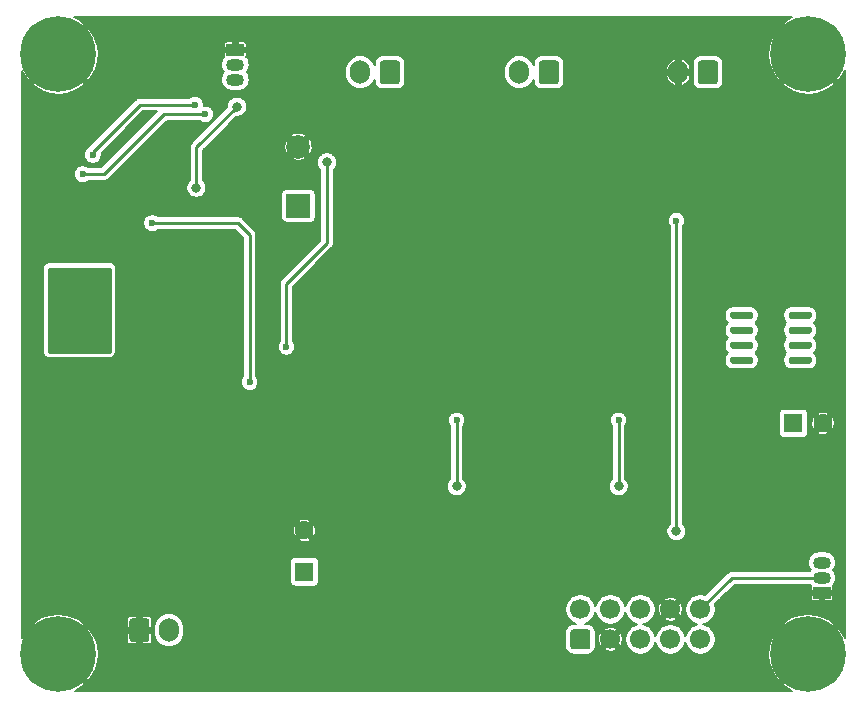
<source format=gbl>
G04 #@! TF.GenerationSoftware,KiCad,Pcbnew,(5.1.6)-1*
G04 #@! TF.CreationDate,2020-11-18T04:23:10-08:00*
G04 #@! TF.ProjectId,Power Board V2,506f7765-7220-4426-9f61-72642056322e,rev?*
G04 #@! TF.SameCoordinates,Original*
G04 #@! TF.FileFunction,Copper,L2,Bot*
G04 #@! TF.FilePolarity,Positive*
%FSLAX46Y46*%
G04 Gerber Fmt 4.6, Leading zero omitted, Abs format (unit mm)*
G04 Created by KiCad (PCBNEW (5.1.6)-1) date 2020-11-18 04:23:10*
%MOMM*%
%LPD*%
G01*
G04 APERTURE LIST*
G04 #@! TA.AperFunction,ComponentPad*
%ADD10C,1.700000*%
G04 #@! TD*
G04 #@! TA.AperFunction,ComponentPad*
%ADD11R,1.500000X1.050000*%
G04 #@! TD*
G04 #@! TA.AperFunction,ComponentPad*
%ADD12O,1.500000X1.050000*%
G04 #@! TD*
G04 #@! TA.AperFunction,ComponentPad*
%ADD13R,2.000000X2.000000*%
G04 #@! TD*
G04 #@! TA.AperFunction,ComponentPad*
%ADD14C,2.000000*%
G04 #@! TD*
G04 #@! TA.AperFunction,ComponentPad*
%ADD15O,1.700000X2.000000*%
G04 #@! TD*
G04 #@! TA.AperFunction,ComponentPad*
%ADD16C,0.800000*%
G04 #@! TD*
G04 #@! TA.AperFunction,ComponentPad*
%ADD17C,6.400000*%
G04 #@! TD*
G04 #@! TA.AperFunction,ComponentPad*
%ADD18R,1.600000X1.600000*%
G04 #@! TD*
G04 #@! TA.AperFunction,ComponentPad*
%ADD19C,1.600000*%
G04 #@! TD*
G04 #@! TA.AperFunction,ViaPad*
%ADD20C,0.600000*%
G04 #@! TD*
G04 #@! TA.AperFunction,ViaPad*
%ADD21C,0.599999*%
G04 #@! TD*
G04 #@! TA.AperFunction,ViaPad*
%ADD22C,0.800000*%
G04 #@! TD*
G04 #@! TA.AperFunction,ViaPad*
%ADD23C,0.900000*%
G04 #@! TD*
G04 #@! TA.AperFunction,Conductor*
%ADD24C,0.250000*%
G04 #@! TD*
G04 #@! TA.AperFunction,Conductor*
%ADD25C,0.381000*%
G04 #@! TD*
G04 #@! TA.AperFunction,Conductor*
%ADD26C,0.127000*%
G04 #@! TD*
G04 APERTURE END LIST*
G04 #@! TA.AperFunction,ComponentPad*
G36*
G01*
X152746000Y-129120000D02*
X151546000Y-129120000D01*
G75*
G02*
X151296000Y-128870000I0J250000D01*
G01*
X151296000Y-127670000D01*
G75*
G02*
X151546000Y-127420000I250000J0D01*
G01*
X152746000Y-127420000D01*
G75*
G02*
X152996000Y-127670000I0J-250000D01*
G01*
X152996000Y-128870000D01*
G75*
G02*
X152746000Y-129120000I-250000J0D01*
G01*
G37*
G04 #@! TD.AperFunction*
D10*
X154686000Y-128270000D03*
X157226000Y-128270000D03*
X159766000Y-128270000D03*
X162306000Y-128270000D03*
X152146000Y-125730000D03*
X154686000Y-125730000D03*
X157226000Y-125730000D03*
X159766000Y-125730000D03*
X162306000Y-125730000D03*
G04 #@! TA.AperFunction,SMDPad,CuDef*
G36*
G01*
X166775000Y-100688000D02*
X166775000Y-100988000D01*
G75*
G02*
X166625000Y-101138000I-150000J0D01*
G01*
X164975000Y-101138000D01*
G75*
G02*
X164825000Y-100988000I0J150000D01*
G01*
X164825000Y-100688000D01*
G75*
G02*
X164975000Y-100538000I150000J0D01*
G01*
X166625000Y-100538000D01*
G75*
G02*
X166775000Y-100688000I0J-150000D01*
G01*
G37*
G04 #@! TD.AperFunction*
G04 #@! TA.AperFunction,SMDPad,CuDef*
G36*
G01*
X166775000Y-101958000D02*
X166775000Y-102258000D01*
G75*
G02*
X166625000Y-102408000I-150000J0D01*
G01*
X164975000Y-102408000D01*
G75*
G02*
X164825000Y-102258000I0J150000D01*
G01*
X164825000Y-101958000D01*
G75*
G02*
X164975000Y-101808000I150000J0D01*
G01*
X166625000Y-101808000D01*
G75*
G02*
X166775000Y-101958000I0J-150000D01*
G01*
G37*
G04 #@! TD.AperFunction*
G04 #@! TA.AperFunction,SMDPad,CuDef*
G36*
G01*
X166775000Y-103228000D02*
X166775000Y-103528000D01*
G75*
G02*
X166625000Y-103678000I-150000J0D01*
G01*
X164975000Y-103678000D01*
G75*
G02*
X164825000Y-103528000I0J150000D01*
G01*
X164825000Y-103228000D01*
G75*
G02*
X164975000Y-103078000I150000J0D01*
G01*
X166625000Y-103078000D01*
G75*
G02*
X166775000Y-103228000I0J-150000D01*
G01*
G37*
G04 #@! TD.AperFunction*
G04 #@! TA.AperFunction,SMDPad,CuDef*
G36*
G01*
X166775000Y-104498000D02*
X166775000Y-104798000D01*
G75*
G02*
X166625000Y-104948000I-150000J0D01*
G01*
X164975000Y-104948000D01*
G75*
G02*
X164825000Y-104798000I0J150000D01*
G01*
X164825000Y-104498000D01*
G75*
G02*
X164975000Y-104348000I150000J0D01*
G01*
X166625000Y-104348000D01*
G75*
G02*
X166775000Y-104498000I0J-150000D01*
G01*
G37*
G04 #@! TD.AperFunction*
G04 #@! TA.AperFunction,SMDPad,CuDef*
G36*
G01*
X171725000Y-104498000D02*
X171725000Y-104798000D01*
G75*
G02*
X171575000Y-104948000I-150000J0D01*
G01*
X169925000Y-104948000D01*
G75*
G02*
X169775000Y-104798000I0J150000D01*
G01*
X169775000Y-104498000D01*
G75*
G02*
X169925000Y-104348000I150000J0D01*
G01*
X171575000Y-104348000D01*
G75*
G02*
X171725000Y-104498000I0J-150000D01*
G01*
G37*
G04 #@! TD.AperFunction*
G04 #@! TA.AperFunction,SMDPad,CuDef*
G36*
G01*
X171725000Y-103228000D02*
X171725000Y-103528000D01*
G75*
G02*
X171575000Y-103678000I-150000J0D01*
G01*
X169925000Y-103678000D01*
G75*
G02*
X169775000Y-103528000I0J150000D01*
G01*
X169775000Y-103228000D01*
G75*
G02*
X169925000Y-103078000I150000J0D01*
G01*
X171575000Y-103078000D01*
G75*
G02*
X171725000Y-103228000I0J-150000D01*
G01*
G37*
G04 #@! TD.AperFunction*
G04 #@! TA.AperFunction,SMDPad,CuDef*
G36*
G01*
X171725000Y-101958000D02*
X171725000Y-102258000D01*
G75*
G02*
X171575000Y-102408000I-150000J0D01*
G01*
X169925000Y-102408000D01*
G75*
G02*
X169775000Y-102258000I0J150000D01*
G01*
X169775000Y-101958000D01*
G75*
G02*
X169925000Y-101808000I150000J0D01*
G01*
X171575000Y-101808000D01*
G75*
G02*
X171725000Y-101958000I0J-150000D01*
G01*
G37*
G04 #@! TD.AperFunction*
G04 #@! TA.AperFunction,SMDPad,CuDef*
G36*
G01*
X171725000Y-100688000D02*
X171725000Y-100988000D01*
G75*
G02*
X171575000Y-101138000I-150000J0D01*
G01*
X169925000Y-101138000D01*
G75*
G02*
X169775000Y-100988000I0J150000D01*
G01*
X169775000Y-100688000D01*
G75*
G02*
X169925000Y-100538000I150000J0D01*
G01*
X171575000Y-100538000D01*
G75*
G02*
X171725000Y-100688000I0J-150000D01*
G01*
G37*
G04 #@! TD.AperFunction*
D11*
X122936000Y-78359000D03*
D12*
X122936000Y-80899000D03*
X122936000Y-79629000D03*
D13*
X128270000Y-91567000D03*
D14*
X128270000Y-86567000D03*
D12*
X172593000Y-123063000D03*
X172593000Y-121793000D03*
D11*
X172593000Y-124333000D03*
G04 #@! TA.AperFunction,ComponentPad*
G36*
G01*
X113958000Y-128258000D02*
X113958000Y-126758000D01*
G75*
G02*
X114208000Y-126508000I250000J0D01*
G01*
X115408000Y-126508000D01*
G75*
G02*
X115658000Y-126758000I0J-250000D01*
G01*
X115658000Y-128258000D01*
G75*
G02*
X115408000Y-128508000I-250000J0D01*
G01*
X114208000Y-128508000D01*
G75*
G02*
X113958000Y-128258000I0J250000D01*
G01*
G37*
G04 #@! TD.AperFunction*
D15*
X117308000Y-127508000D03*
G04 #@! TA.AperFunction,ComponentPad*
G36*
G01*
X136867000Y-79514000D02*
X136867000Y-81014000D01*
G75*
G02*
X136617000Y-81264000I-250000J0D01*
G01*
X135417000Y-81264000D01*
G75*
G02*
X135167000Y-81014000I0J250000D01*
G01*
X135167000Y-79514000D01*
G75*
G02*
X135417000Y-79264000I250000J0D01*
G01*
X136617000Y-79264000D01*
G75*
G02*
X136867000Y-79514000I0J-250000D01*
G01*
G37*
G04 #@! TD.AperFunction*
X133517000Y-80264000D03*
X146979000Y-80264000D03*
G04 #@! TA.AperFunction,ComponentPad*
G36*
G01*
X150329000Y-79514000D02*
X150329000Y-81014000D01*
G75*
G02*
X150079000Y-81264000I-250000J0D01*
G01*
X148879000Y-81264000D01*
G75*
G02*
X148629000Y-81014000I0J250000D01*
G01*
X148629000Y-79514000D01*
G75*
G02*
X148879000Y-79264000I250000J0D01*
G01*
X150079000Y-79264000D01*
G75*
G02*
X150329000Y-79514000I0J-250000D01*
G01*
G37*
G04 #@! TD.AperFunction*
G04 #@! TA.AperFunction,ComponentPad*
G36*
G01*
X163791000Y-79514000D02*
X163791000Y-81014000D01*
G75*
G02*
X163541000Y-81264000I-250000J0D01*
G01*
X162341000Y-81264000D01*
G75*
G02*
X162091000Y-81014000I0J250000D01*
G01*
X162091000Y-79514000D01*
G75*
G02*
X162341000Y-79264000I250000J0D01*
G01*
X163541000Y-79264000D01*
G75*
G02*
X163791000Y-79514000I0J-250000D01*
G01*
G37*
G04 #@! TD.AperFunction*
X160441000Y-80264000D03*
D16*
X109647056Y-77042944D03*
X107950000Y-76340000D03*
X106252944Y-77042944D03*
X105550000Y-78740000D03*
X106252944Y-80437056D03*
X107950000Y-81140000D03*
X109647056Y-80437056D03*
X110350000Y-78740000D03*
D17*
X107950000Y-78740000D03*
X171450000Y-129540000D03*
D16*
X173850000Y-129540000D03*
X173147056Y-131237056D03*
X171450000Y-131940000D03*
X169752944Y-131237056D03*
X169050000Y-129540000D03*
X169752944Y-127842944D03*
X171450000Y-127140000D03*
X173147056Y-127842944D03*
X173147056Y-77042944D03*
X171450000Y-76340000D03*
X169752944Y-77042944D03*
X169050000Y-78740000D03*
X169752944Y-80437056D03*
X171450000Y-81140000D03*
X173147056Y-80437056D03*
X173850000Y-78740000D03*
D17*
X171450000Y-78740000D03*
X107950000Y-129540000D03*
D16*
X110350000Y-129540000D03*
X109647056Y-131237056D03*
X107950000Y-131940000D03*
X106252944Y-131237056D03*
X105550000Y-129540000D03*
X106252944Y-127842944D03*
X107950000Y-127140000D03*
X109647056Y-127842944D03*
D18*
X128778000Y-122555000D03*
D19*
X128778000Y-119055000D03*
X172680000Y-109982000D03*
D18*
X170180000Y-109982000D03*
D20*
X120396000Y-83820000D03*
D21*
X109996000Y-88886000D03*
D20*
X119507000Y-82994500D03*
D21*
X110871000Y-87249000D03*
D22*
X107823000Y-99695000D03*
X107823000Y-101092000D03*
X109093000Y-101092000D03*
X109093000Y-99695000D03*
X110363000Y-99695000D03*
X110363000Y-101092000D03*
X111633000Y-101092000D03*
X111633000Y-99695000D03*
X141668500Y-115316000D03*
D20*
X141668500Y-109728000D03*
D22*
X160274000Y-119126000D03*
D21*
X160274000Y-92837000D03*
D22*
X155384500Y-115316000D03*
D20*
X155382000Y-109728000D03*
X115887500Y-93027500D03*
D21*
X124142500Y-106489500D03*
D23*
X107315000Y-123698000D03*
X109220000Y-125476000D03*
D20*
X139319000Y-132334000D03*
D22*
X145923000Y-97917000D03*
X159766000Y-83820000D03*
D23*
X114935000Y-114173000D03*
X113030000Y-114173000D03*
X111125000Y-114173000D03*
X109220000Y-114173000D03*
X116840000Y-114173000D03*
X118745000Y-114173000D03*
X120650000Y-114173000D03*
D20*
X155486100Y-101041200D03*
X152438100Y-101041200D03*
X153454100Y-101041200D03*
X154470100Y-101041200D03*
X154178000Y-110236000D03*
X154178000Y-109220000D03*
D22*
X162052000Y-98171000D03*
D20*
X141732000Y-101028500D03*
X138684000Y-101028500D03*
X139700000Y-101028500D03*
X140716000Y-101028500D03*
X140271500Y-109220000D03*
X140271500Y-110236000D03*
X113474500Y-96837500D03*
X114554000Y-96837500D03*
X115316000Y-94424500D03*
X116395500Y-94424500D03*
X116395500Y-95504000D03*
X115316000Y-95504000D03*
X116840000Y-85852000D03*
D23*
X109220000Y-116205000D03*
X111125000Y-116205000D03*
X111125000Y-118110000D03*
X109220000Y-118110000D03*
X109220000Y-120015000D03*
X111125000Y-120015000D03*
X111125000Y-121920000D03*
X109220000Y-121920000D03*
X109220000Y-123698000D03*
X111125000Y-123698000D03*
D22*
X170307000Y-119824500D03*
D21*
X157353000Y-116205000D03*
X166624000Y-115443000D03*
D23*
X107315000Y-114173000D03*
X107315000Y-116205000D03*
X107315000Y-118110000D03*
X107315000Y-121920000D03*
D20*
X134874000Y-125349000D03*
D21*
X135128000Y-116522500D03*
X135128000Y-117538500D03*
X135128000Y-118554500D03*
X134112000Y-118554500D03*
X134112000Y-117538500D03*
X134112000Y-116522500D03*
X133096000Y-116522500D03*
X133096000Y-117538500D03*
X133096000Y-118554500D03*
X172593000Y-97091500D03*
X162941000Y-92583000D03*
X125984000Y-105156000D03*
X161163000Y-117602000D03*
D22*
X130683000Y-87884000D03*
X123063000Y-83185000D03*
X119634000Y-90043000D03*
D20*
X127254000Y-103505000D03*
D24*
X116867498Y-83820000D02*
X120396000Y-83820000D01*
X109996000Y-88886000D02*
X111801498Y-88886000D01*
X111801498Y-88886000D02*
X116867498Y-83820000D01*
X110871000Y-86995000D02*
X110871000Y-87249000D01*
X119507000Y-82994500D02*
X114871500Y-82994500D01*
X114871500Y-82994500D02*
X110871000Y-86995000D01*
X164973000Y-123063000D02*
X172593000Y-123063000D01*
X162306000Y-125730000D02*
X164973000Y-123063000D01*
X141732000Y-109921000D02*
X141666000Y-109855000D01*
X141668500Y-109857500D02*
X141666000Y-109855000D01*
X141668500Y-115316000D02*
X141668500Y-109857500D01*
X160274000Y-119126000D02*
X160274000Y-119126000D01*
X160274000Y-119126000D02*
X160274000Y-119126000D01*
X160274000Y-115316000D02*
X160274000Y-119126000D01*
X160274000Y-92837000D02*
X160274000Y-115316000D01*
X155382000Y-115250000D02*
X155448000Y-115316000D01*
X155384500Y-109860000D02*
X155382000Y-109857500D01*
X155384500Y-115316000D02*
X155384500Y-109860000D01*
X115887500Y-93027500D02*
X123136660Y-93027500D01*
X123136660Y-93027500D02*
X124142500Y-94033340D01*
X124142500Y-94033340D02*
X124142500Y-106489500D01*
X124142500Y-106489500D02*
X124142500Y-106489500D01*
X119634000Y-86614000D02*
X123063000Y-83185000D01*
X119634000Y-90043000D02*
X119634000Y-86614000D01*
X130683000Y-94742000D02*
X130683000Y-87884000D01*
X127254000Y-98171000D02*
X130683000Y-94742000D01*
X127254000Y-103505000D02*
X127254000Y-98171000D01*
D25*
G36*
X112204500Y-103822500D02*
G01*
X107251500Y-103822500D01*
X107251500Y-96964500D01*
X112204500Y-96964500D01*
X112204500Y-103822500D01*
G37*
X112204500Y-103822500D02*
X107251500Y-103822500D01*
X107251500Y-96964500D01*
X112204500Y-96964500D01*
X112204500Y-103822500D01*
D26*
G36*
X169604722Y-75876095D02*
G01*
X169213157Y-76233749D01*
X169526031Y-76546623D01*
X169526031Y-76546624D01*
X169752944Y-76773536D01*
X170022352Y-77042944D01*
X170249264Y-77269857D01*
X170249265Y-77269857D01*
X171450000Y-78470592D01*
X171464142Y-78456450D01*
X171733550Y-78725858D01*
X171719408Y-78740000D01*
X172920143Y-79940735D01*
X172920143Y-79940736D01*
X173147056Y-80167648D01*
X173416464Y-80437056D01*
X173643376Y-80663969D01*
X173643377Y-80663969D01*
X173956251Y-80976843D01*
X174313905Y-80585278D01*
X174561500Y-80102880D01*
X174561500Y-128157939D01*
X174313905Y-127694722D01*
X173956251Y-127303157D01*
X173643377Y-127616031D01*
X173643376Y-127616031D01*
X173529327Y-127730081D01*
X173147056Y-128112352D01*
X172920143Y-128339264D01*
X172920143Y-128339265D01*
X171719408Y-129540000D01*
X171733550Y-129554142D01*
X171464142Y-129823550D01*
X171450000Y-129809408D01*
X170249265Y-131010143D01*
X170249264Y-131010143D01*
X170084615Y-131174793D01*
X169752944Y-131506464D01*
X169526031Y-131733376D01*
X169526031Y-131733377D01*
X169213157Y-132046251D01*
X169604722Y-132403905D01*
X170066861Y-132641102D01*
X109351514Y-132641102D01*
X109795278Y-132403905D01*
X110186843Y-132046251D01*
X109873969Y-131733377D01*
X109873969Y-131733376D01*
X109647056Y-131506464D01*
X109315385Y-131174793D01*
X109150736Y-131010143D01*
X109150735Y-131010143D01*
X107950000Y-129809408D01*
X107935858Y-129823550D01*
X107666450Y-129554142D01*
X107680592Y-129540000D01*
X108219408Y-129540000D01*
X109420143Y-130740735D01*
X109420143Y-130740736D01*
X109647056Y-130967648D01*
X109916464Y-131237056D01*
X110143376Y-131463969D01*
X110143377Y-131463969D01*
X110456251Y-131776843D01*
X110813905Y-131385278D01*
X111118871Y-130791102D01*
X111302060Y-130148847D01*
X111347150Y-129596807D01*
X168043569Y-129596807D01*
X168120105Y-130260277D01*
X168324606Y-130896067D01*
X168586095Y-131385278D01*
X168943749Y-131776843D01*
X169256623Y-131463969D01*
X169256624Y-131463969D01*
X169483536Y-131237056D01*
X169752944Y-130967648D01*
X169979857Y-130740736D01*
X169979857Y-130740735D01*
X171180592Y-129540000D01*
X169979857Y-128339265D01*
X169979857Y-128339264D01*
X169752944Y-128112352D01*
X169370673Y-127730081D01*
X169256624Y-127616031D01*
X169256623Y-127616031D01*
X168943749Y-127303157D01*
X168586095Y-127694722D01*
X168281129Y-128288898D01*
X168097940Y-128931153D01*
X168043569Y-129596807D01*
X111347150Y-129596807D01*
X111356431Y-129483193D01*
X111279895Y-128819723D01*
X111179630Y-128508000D01*
X113766578Y-128508000D01*
X113770256Y-128545345D01*
X113781149Y-128581254D01*
X113798838Y-128614348D01*
X113822644Y-128643356D01*
X113851652Y-128667162D01*
X113884746Y-128684851D01*
X113920655Y-128695744D01*
X113958000Y-128699422D01*
X114569875Y-128698500D01*
X114617500Y-128650875D01*
X114617500Y-127698500D01*
X114998500Y-127698500D01*
X114998500Y-128650875D01*
X115046125Y-128698500D01*
X115658000Y-128699422D01*
X115695345Y-128695744D01*
X115731254Y-128684851D01*
X115764348Y-128667162D01*
X115793356Y-128643356D01*
X115817162Y-128614348D01*
X115834851Y-128581254D01*
X115845744Y-128545345D01*
X115849422Y-128508000D01*
X115848500Y-127746125D01*
X115800875Y-127698500D01*
X114998500Y-127698500D01*
X114617500Y-127698500D01*
X113815125Y-127698500D01*
X113767500Y-127746125D01*
X113766578Y-128508000D01*
X111179630Y-128508000D01*
X111075394Y-128183933D01*
X110813905Y-127694722D01*
X110456251Y-127303157D01*
X110143377Y-127616031D01*
X110143376Y-127616031D01*
X110029327Y-127730081D01*
X109647056Y-128112352D01*
X109420143Y-128339264D01*
X109420143Y-128339265D01*
X108219408Y-129540000D01*
X107680592Y-129540000D01*
X106479857Y-128339265D01*
X106479857Y-128339264D01*
X106252944Y-128112352D01*
X105870673Y-127730081D01*
X105756624Y-127616031D01*
X105756623Y-127616031D01*
X105443749Y-127303157D01*
X105086095Y-127694722D01*
X104838500Y-128177120D01*
X104838500Y-127033749D01*
X105713157Y-127033749D01*
X106026031Y-127346623D01*
X106026031Y-127346624D01*
X106252944Y-127573536D01*
X106522352Y-127842944D01*
X106749264Y-128069857D01*
X106749265Y-128069857D01*
X107950000Y-129270592D01*
X109150735Y-128069857D01*
X109150736Y-128069857D01*
X109377648Y-127842944D01*
X109647056Y-127573536D01*
X109873969Y-127346624D01*
X109873969Y-127346623D01*
X110186843Y-127033749D01*
X109795278Y-126676095D01*
X109467773Y-126508000D01*
X113766578Y-126508000D01*
X113767500Y-127269875D01*
X113815125Y-127317500D01*
X114617500Y-127317500D01*
X114617500Y-126365125D01*
X114998500Y-126365125D01*
X114998500Y-127317500D01*
X115800875Y-127317500D01*
X115823963Y-127294412D01*
X116013500Y-127294412D01*
X116013500Y-127721589D01*
X116032231Y-127911766D01*
X116106252Y-128155780D01*
X116226455Y-128380665D01*
X116388223Y-128577778D01*
X116585336Y-128739545D01*
X116810221Y-128859748D01*
X117054235Y-128933769D01*
X117308000Y-128958763D01*
X117561766Y-128933769D01*
X117805780Y-128859748D01*
X118030665Y-128739545D01*
X118227778Y-128577778D01*
X118389545Y-128380664D01*
X118509748Y-128155779D01*
X118583769Y-127911765D01*
X118602500Y-127721588D01*
X118602500Y-127670000D01*
X150849350Y-127670000D01*
X150849350Y-128870000D01*
X150862736Y-129005910D01*
X150902379Y-129136596D01*
X150966757Y-129257038D01*
X151053394Y-129362606D01*
X151158962Y-129449243D01*
X151279404Y-129513621D01*
X151410090Y-129553264D01*
X151546000Y-129566650D01*
X152746000Y-129566650D01*
X152881910Y-129553264D01*
X153012596Y-129513621D01*
X153133038Y-129449243D01*
X153238606Y-129362606D01*
X153325243Y-129257038D01*
X153389621Y-129136596D01*
X153401524Y-129097356D01*
X154128052Y-129097356D01*
X154235855Y-129213670D01*
X154428605Y-129283357D01*
X154631247Y-129314101D01*
X154835993Y-129304721D01*
X155034975Y-129255576D01*
X155136145Y-129213670D01*
X155243948Y-129097356D01*
X154686000Y-128539408D01*
X154128052Y-129097356D01*
X153401524Y-129097356D01*
X153429264Y-129005910D01*
X153442650Y-128870000D01*
X153442650Y-128215247D01*
X153641899Y-128215247D01*
X153651279Y-128419993D01*
X153700424Y-128618975D01*
X153742330Y-128720145D01*
X153858644Y-128827948D01*
X154416592Y-128270000D01*
X154955408Y-128270000D01*
X155513356Y-128827948D01*
X155629670Y-128720145D01*
X155699357Y-128527395D01*
X155730101Y-128324753D01*
X155720721Y-128120007D01*
X155671576Y-127921025D01*
X155629670Y-127819855D01*
X155513356Y-127712052D01*
X154955408Y-128270000D01*
X154416592Y-128270000D01*
X153858644Y-127712052D01*
X153742330Y-127819855D01*
X153672643Y-128012605D01*
X153641899Y-128215247D01*
X153442650Y-128215247D01*
X153442650Y-127670000D01*
X153429264Y-127534090D01*
X153401525Y-127442644D01*
X154128052Y-127442644D01*
X154686000Y-128000592D01*
X155243948Y-127442644D01*
X155136145Y-127326330D01*
X154943395Y-127256643D01*
X154740753Y-127225899D01*
X154536007Y-127235279D01*
X154337025Y-127284424D01*
X154235855Y-127326330D01*
X154128052Y-127442644D01*
X153401525Y-127442644D01*
X153389621Y-127403404D01*
X153325243Y-127282962D01*
X153238606Y-127177394D01*
X153133038Y-127090757D01*
X153012596Y-127026379D01*
X152881910Y-126986736D01*
X152746000Y-126973350D01*
X152526982Y-126973350D01*
X152759176Y-126877171D01*
X152971196Y-126735504D01*
X153151504Y-126555196D01*
X153293171Y-126343176D01*
X153390754Y-126107592D01*
X153416000Y-125980669D01*
X153441246Y-126107592D01*
X153538829Y-126343176D01*
X153680496Y-126555196D01*
X153860804Y-126735504D01*
X154072824Y-126877171D01*
X154308408Y-126974754D01*
X154558503Y-127024500D01*
X154813497Y-127024500D01*
X155063592Y-126974754D01*
X155299176Y-126877171D01*
X155511196Y-126735504D01*
X155691504Y-126555196D01*
X155833171Y-126343176D01*
X155930754Y-126107592D01*
X155956000Y-125980669D01*
X155981246Y-126107592D01*
X156078829Y-126343176D01*
X156220496Y-126555196D01*
X156400804Y-126735504D01*
X156612824Y-126877171D01*
X156848408Y-126974754D01*
X156975331Y-127000000D01*
X156848408Y-127025246D01*
X156612824Y-127122829D01*
X156400804Y-127264496D01*
X156220496Y-127444804D01*
X156078829Y-127656824D01*
X155981246Y-127892408D01*
X155931500Y-128142503D01*
X155931500Y-128397497D01*
X155981246Y-128647592D01*
X156078829Y-128883176D01*
X156220496Y-129095196D01*
X156400804Y-129275504D01*
X156612824Y-129417171D01*
X156848408Y-129514754D01*
X157098503Y-129564500D01*
X157353497Y-129564500D01*
X157603592Y-129514754D01*
X157839176Y-129417171D01*
X158051196Y-129275504D01*
X158231504Y-129095196D01*
X158373171Y-128883176D01*
X158470754Y-128647592D01*
X158496000Y-128520669D01*
X158521246Y-128647592D01*
X158618829Y-128883176D01*
X158760496Y-129095196D01*
X158940804Y-129275504D01*
X159152824Y-129417171D01*
X159388408Y-129514754D01*
X159638503Y-129564500D01*
X159893497Y-129564500D01*
X160143592Y-129514754D01*
X160379176Y-129417171D01*
X160591196Y-129275504D01*
X160771504Y-129095196D01*
X160913171Y-128883176D01*
X161010754Y-128647592D01*
X161036000Y-128520669D01*
X161061246Y-128647592D01*
X161158829Y-128883176D01*
X161300496Y-129095196D01*
X161480804Y-129275504D01*
X161692824Y-129417171D01*
X161928408Y-129514754D01*
X162178503Y-129564500D01*
X162433497Y-129564500D01*
X162683592Y-129514754D01*
X162919176Y-129417171D01*
X163131196Y-129275504D01*
X163311504Y-129095196D01*
X163453171Y-128883176D01*
X163550754Y-128647592D01*
X163600500Y-128397497D01*
X163600500Y-128142503D01*
X163550754Y-127892408D01*
X163453171Y-127656824D01*
X163311504Y-127444804D01*
X163131196Y-127264496D01*
X162919176Y-127122829D01*
X162704120Y-127033749D01*
X169213157Y-127033749D01*
X169526031Y-127346623D01*
X169526031Y-127346624D01*
X169752944Y-127573536D01*
X170022352Y-127842944D01*
X170249264Y-128069857D01*
X170249265Y-128069857D01*
X171450000Y-129270592D01*
X172650735Y-128069857D01*
X172650736Y-128069857D01*
X172877648Y-127842944D01*
X173147056Y-127573536D01*
X173373969Y-127346624D01*
X173373969Y-127346623D01*
X173686843Y-127033749D01*
X173295278Y-126676095D01*
X172701102Y-126371129D01*
X172058847Y-126187940D01*
X171393193Y-126133569D01*
X170729723Y-126210105D01*
X170093933Y-126414606D01*
X169604722Y-126676095D01*
X169213157Y-127033749D01*
X162704120Y-127033749D01*
X162683592Y-127025246D01*
X162556669Y-127000000D01*
X162683592Y-126974754D01*
X162919176Y-126877171D01*
X163131196Y-126735504D01*
X163311504Y-126555196D01*
X163453171Y-126343176D01*
X163550754Y-126107592D01*
X163600500Y-125857497D01*
X163600500Y-125602503D01*
X163550754Y-125352408D01*
X163532662Y-125308731D01*
X163983393Y-124858000D01*
X171651578Y-124858000D01*
X171655256Y-124895345D01*
X171666149Y-124931254D01*
X171683838Y-124964348D01*
X171707644Y-124993356D01*
X171736652Y-125017162D01*
X171769746Y-125034851D01*
X171805655Y-125045744D01*
X171843000Y-125049422D01*
X172354875Y-125048500D01*
X172402500Y-125000875D01*
X172402500Y-124523500D01*
X172783500Y-124523500D01*
X172783500Y-125000875D01*
X172831125Y-125048500D01*
X173343000Y-125049422D01*
X173380345Y-125045744D01*
X173416254Y-125034851D01*
X173449348Y-125017162D01*
X173478356Y-124993356D01*
X173502162Y-124964348D01*
X173519851Y-124931254D01*
X173530744Y-124895345D01*
X173534422Y-124858000D01*
X173533500Y-124571125D01*
X173485875Y-124523500D01*
X172783500Y-124523500D01*
X172402500Y-124523500D01*
X171700125Y-124523500D01*
X171652500Y-124571125D01*
X171651578Y-124858000D01*
X163983393Y-124858000D01*
X165208895Y-123632500D01*
X171581191Y-123632500D01*
X171665866Y-123735677D01*
X171655256Y-123770655D01*
X171651578Y-123808000D01*
X171652500Y-124094875D01*
X171700125Y-124142500D01*
X172402500Y-124142500D01*
X172402500Y-124122500D01*
X172783500Y-124122500D01*
X172783500Y-124142500D01*
X173485875Y-124142500D01*
X173533500Y-124094875D01*
X173534422Y-123808000D01*
X173530744Y-123770655D01*
X173520134Y-123735677D01*
X173628009Y-123604231D01*
X173718034Y-123435806D01*
X173773471Y-123253055D01*
X173792190Y-123063000D01*
X173773471Y-122872945D01*
X173718034Y-122690194D01*
X173628009Y-122521769D01*
X173551055Y-122428000D01*
X173628009Y-122334231D01*
X173718034Y-122165806D01*
X173773471Y-121983055D01*
X173792190Y-121793000D01*
X173773471Y-121602945D01*
X173718034Y-121420194D01*
X173628009Y-121251769D01*
X173506856Y-121104144D01*
X173359231Y-120982991D01*
X173190806Y-120892966D01*
X173008055Y-120837529D01*
X172865618Y-120823500D01*
X172320382Y-120823500D01*
X172177945Y-120837529D01*
X171995194Y-120892966D01*
X171826769Y-120982991D01*
X171679144Y-121104144D01*
X171557991Y-121251769D01*
X171467966Y-121420194D01*
X171412529Y-121602945D01*
X171393810Y-121793000D01*
X171412529Y-121983055D01*
X171467966Y-122165806D01*
X171557991Y-122334231D01*
X171634945Y-122428000D01*
X171581191Y-122493500D01*
X165000964Y-122493500D01*
X164973000Y-122490746D01*
X164945036Y-122493500D01*
X164945029Y-122493500D01*
X164871573Y-122500735D01*
X164861358Y-122501741D01*
X164754007Y-122534305D01*
X164655072Y-122587187D01*
X164615264Y-122619857D01*
X164590081Y-122640524D01*
X164590077Y-122640528D01*
X164568355Y-122658355D01*
X164550527Y-122680078D01*
X162727269Y-124503338D01*
X162683592Y-124485246D01*
X162433497Y-124435500D01*
X162178503Y-124435500D01*
X161928408Y-124485246D01*
X161692824Y-124582829D01*
X161480804Y-124724496D01*
X161300496Y-124904804D01*
X161158829Y-125116824D01*
X161061246Y-125352408D01*
X161011500Y-125602503D01*
X161011500Y-125857497D01*
X161061246Y-126107592D01*
X161158829Y-126343176D01*
X161300496Y-126555196D01*
X161480804Y-126735504D01*
X161692824Y-126877171D01*
X161928408Y-126974754D01*
X162055331Y-127000000D01*
X161928408Y-127025246D01*
X161692824Y-127122829D01*
X161480804Y-127264496D01*
X161300496Y-127444804D01*
X161158829Y-127656824D01*
X161061246Y-127892408D01*
X161036000Y-128019331D01*
X161010754Y-127892408D01*
X160913171Y-127656824D01*
X160771504Y-127444804D01*
X160591196Y-127264496D01*
X160379176Y-127122829D01*
X160143592Y-127025246D01*
X159893497Y-126975500D01*
X159638503Y-126975500D01*
X159388408Y-127025246D01*
X159152824Y-127122829D01*
X158940804Y-127264496D01*
X158760496Y-127444804D01*
X158618829Y-127656824D01*
X158521246Y-127892408D01*
X158496000Y-128019331D01*
X158470754Y-127892408D01*
X158373171Y-127656824D01*
X158231504Y-127444804D01*
X158051196Y-127264496D01*
X157839176Y-127122829D01*
X157603592Y-127025246D01*
X157476669Y-127000000D01*
X157603592Y-126974754D01*
X157839176Y-126877171D01*
X158051196Y-126735504D01*
X158229344Y-126557356D01*
X159208052Y-126557356D01*
X159315855Y-126673670D01*
X159508605Y-126743357D01*
X159711247Y-126774101D01*
X159915993Y-126764721D01*
X160114975Y-126715576D01*
X160216145Y-126673670D01*
X160323948Y-126557356D01*
X159766000Y-125999408D01*
X159208052Y-126557356D01*
X158229344Y-126557356D01*
X158231504Y-126555196D01*
X158373171Y-126343176D01*
X158470754Y-126107592D01*
X158520500Y-125857497D01*
X158520500Y-125675247D01*
X158721899Y-125675247D01*
X158731279Y-125879993D01*
X158780424Y-126078975D01*
X158822330Y-126180145D01*
X158938644Y-126287948D01*
X159496592Y-125730000D01*
X160035408Y-125730000D01*
X160593356Y-126287948D01*
X160709670Y-126180145D01*
X160779357Y-125987395D01*
X160810101Y-125784753D01*
X160800721Y-125580007D01*
X160751576Y-125381025D01*
X160709670Y-125279855D01*
X160593356Y-125172052D01*
X160035408Y-125730000D01*
X159496592Y-125730000D01*
X158938644Y-125172052D01*
X158822330Y-125279855D01*
X158752643Y-125472605D01*
X158721899Y-125675247D01*
X158520500Y-125675247D01*
X158520500Y-125602503D01*
X158470754Y-125352408D01*
X158373171Y-125116824D01*
X158231504Y-124904804D01*
X158229344Y-124902644D01*
X159208052Y-124902644D01*
X159766000Y-125460592D01*
X160323948Y-124902644D01*
X160216145Y-124786330D01*
X160023395Y-124716643D01*
X159820753Y-124685899D01*
X159616007Y-124695279D01*
X159417025Y-124744424D01*
X159315855Y-124786330D01*
X159208052Y-124902644D01*
X158229344Y-124902644D01*
X158051196Y-124724496D01*
X157839176Y-124582829D01*
X157603592Y-124485246D01*
X157353497Y-124435500D01*
X157098503Y-124435500D01*
X156848408Y-124485246D01*
X156612824Y-124582829D01*
X156400804Y-124724496D01*
X156220496Y-124904804D01*
X156078829Y-125116824D01*
X155981246Y-125352408D01*
X155956000Y-125479331D01*
X155930754Y-125352408D01*
X155833171Y-125116824D01*
X155691504Y-124904804D01*
X155511196Y-124724496D01*
X155299176Y-124582829D01*
X155063592Y-124485246D01*
X154813497Y-124435500D01*
X154558503Y-124435500D01*
X154308408Y-124485246D01*
X154072824Y-124582829D01*
X153860804Y-124724496D01*
X153680496Y-124904804D01*
X153538829Y-125116824D01*
X153441246Y-125352408D01*
X153416000Y-125479331D01*
X153390754Y-125352408D01*
X153293171Y-125116824D01*
X153151504Y-124904804D01*
X152971196Y-124724496D01*
X152759176Y-124582829D01*
X152523592Y-124485246D01*
X152273497Y-124435500D01*
X152018503Y-124435500D01*
X151768408Y-124485246D01*
X151532824Y-124582829D01*
X151320804Y-124724496D01*
X151140496Y-124904804D01*
X150998829Y-125116824D01*
X150901246Y-125352408D01*
X150851500Y-125602503D01*
X150851500Y-125857497D01*
X150901246Y-126107592D01*
X150998829Y-126343176D01*
X151140496Y-126555196D01*
X151320804Y-126735504D01*
X151532824Y-126877171D01*
X151765018Y-126973350D01*
X151546000Y-126973350D01*
X151410090Y-126986736D01*
X151279404Y-127026379D01*
X151158962Y-127090757D01*
X151053394Y-127177394D01*
X150966757Y-127282962D01*
X150902379Y-127403404D01*
X150862736Y-127534090D01*
X150849350Y-127670000D01*
X118602500Y-127670000D01*
X118602500Y-127294411D01*
X118583769Y-127104234D01*
X118509748Y-126860220D01*
X118389545Y-126635335D01*
X118227778Y-126438222D01*
X118030664Y-126276455D01*
X117805779Y-126156252D01*
X117561765Y-126082231D01*
X117308000Y-126057237D01*
X117054234Y-126082231D01*
X116810220Y-126156252D01*
X116585335Y-126276455D01*
X116388222Y-126438222D01*
X116226455Y-126635336D01*
X116106252Y-126860221D01*
X116032231Y-127104235D01*
X116013500Y-127294412D01*
X115823963Y-127294412D01*
X115848500Y-127269875D01*
X115849422Y-126508000D01*
X115845744Y-126470655D01*
X115834851Y-126434746D01*
X115817162Y-126401652D01*
X115793356Y-126372644D01*
X115764348Y-126348838D01*
X115731254Y-126331149D01*
X115695345Y-126320256D01*
X115658000Y-126316578D01*
X115046125Y-126317500D01*
X114998500Y-126365125D01*
X114617500Y-126365125D01*
X114569875Y-126317500D01*
X113958000Y-126316578D01*
X113920655Y-126320256D01*
X113884746Y-126331149D01*
X113851652Y-126348838D01*
X113822644Y-126372644D01*
X113798838Y-126401652D01*
X113781149Y-126434746D01*
X113770256Y-126470655D01*
X113766578Y-126508000D01*
X109467773Y-126508000D01*
X109201102Y-126371129D01*
X108558847Y-126187940D01*
X107893193Y-126133569D01*
X107229723Y-126210105D01*
X106593933Y-126414606D01*
X106104722Y-126676095D01*
X105713157Y-127033749D01*
X104838500Y-127033749D01*
X104838500Y-121755000D01*
X127531350Y-121755000D01*
X127531350Y-123355000D01*
X127539932Y-123442137D01*
X127565349Y-123525926D01*
X127606624Y-123603145D01*
X127662171Y-123670829D01*
X127729855Y-123726376D01*
X127807074Y-123767651D01*
X127890863Y-123793068D01*
X127978000Y-123801650D01*
X129578000Y-123801650D01*
X129665137Y-123793068D01*
X129748926Y-123767651D01*
X129826145Y-123726376D01*
X129893829Y-123670829D01*
X129949376Y-123603145D01*
X129990651Y-123525926D01*
X130016068Y-123442137D01*
X130024650Y-123355000D01*
X130024650Y-121755000D01*
X130016068Y-121667863D01*
X129990651Y-121584074D01*
X129949376Y-121506855D01*
X129893829Y-121439171D01*
X129826145Y-121383624D01*
X129748926Y-121342349D01*
X129665137Y-121316932D01*
X129578000Y-121308350D01*
X127978000Y-121308350D01*
X127890863Y-121316932D01*
X127807074Y-121342349D01*
X127729855Y-121383624D01*
X127662171Y-121439171D01*
X127606624Y-121506855D01*
X127565349Y-121584074D01*
X127539932Y-121667863D01*
X127531350Y-121755000D01*
X104838500Y-121755000D01*
X104838500Y-119846127D01*
X128256280Y-119846127D01*
X128357915Y-119957295D01*
X128542016Y-120021912D01*
X128735185Y-120049371D01*
X128930000Y-120038617D01*
X129118974Y-119990064D01*
X129198085Y-119957295D01*
X129299720Y-119846127D01*
X128778000Y-119324408D01*
X128256280Y-119846127D01*
X104838500Y-119846127D01*
X104838500Y-119012185D01*
X127783629Y-119012185D01*
X127794383Y-119207000D01*
X127842936Y-119395974D01*
X127875705Y-119475085D01*
X127986873Y-119576720D01*
X128508592Y-119055000D01*
X129047408Y-119055000D01*
X129569127Y-119576720D01*
X129680295Y-119475085D01*
X129744912Y-119290984D01*
X129772371Y-119097815D01*
X129769336Y-119042824D01*
X159429500Y-119042824D01*
X159429500Y-119209176D01*
X159461954Y-119372332D01*
X159525614Y-119526021D01*
X159618034Y-119664337D01*
X159735663Y-119781966D01*
X159873979Y-119874386D01*
X160027668Y-119938046D01*
X160190824Y-119970500D01*
X160357176Y-119970500D01*
X160520332Y-119938046D01*
X160674021Y-119874386D01*
X160812337Y-119781966D01*
X160929966Y-119664337D01*
X161022386Y-119526021D01*
X161086046Y-119372332D01*
X161118500Y-119209176D01*
X161118500Y-119042824D01*
X161086046Y-118879668D01*
X161022386Y-118725979D01*
X160929966Y-118587663D01*
X160843500Y-118501197D01*
X160843500Y-109182000D01*
X168933350Y-109182000D01*
X168933350Y-110782000D01*
X168941932Y-110869137D01*
X168967349Y-110952926D01*
X169008624Y-111030145D01*
X169064171Y-111097829D01*
X169131855Y-111153376D01*
X169209074Y-111194651D01*
X169292863Y-111220068D01*
X169380000Y-111228650D01*
X170980000Y-111228650D01*
X171067137Y-111220068D01*
X171150926Y-111194651D01*
X171228145Y-111153376D01*
X171295829Y-111097829D01*
X171351376Y-111030145D01*
X171392651Y-110952926D01*
X171418068Y-110869137D01*
X171426650Y-110782000D01*
X171426650Y-110773127D01*
X172158280Y-110773127D01*
X172259915Y-110884295D01*
X172444016Y-110948912D01*
X172637185Y-110976371D01*
X172832000Y-110965617D01*
X173020974Y-110917064D01*
X173100085Y-110884295D01*
X173201720Y-110773127D01*
X172680000Y-110251408D01*
X172158280Y-110773127D01*
X171426650Y-110773127D01*
X171426650Y-109939185D01*
X171685629Y-109939185D01*
X171696383Y-110134000D01*
X171744936Y-110322974D01*
X171777705Y-110402085D01*
X171888873Y-110503720D01*
X172410592Y-109982000D01*
X172949408Y-109982000D01*
X173471127Y-110503720D01*
X173582295Y-110402085D01*
X173646912Y-110217984D01*
X173674371Y-110024815D01*
X173663617Y-109830000D01*
X173615064Y-109641026D01*
X173582295Y-109561915D01*
X173471127Y-109460280D01*
X172949408Y-109982000D01*
X172410592Y-109982000D01*
X171888873Y-109460280D01*
X171777705Y-109561915D01*
X171713088Y-109746016D01*
X171685629Y-109939185D01*
X171426650Y-109939185D01*
X171426650Y-109190873D01*
X172158280Y-109190873D01*
X172680000Y-109712592D01*
X173201720Y-109190873D01*
X173100085Y-109079705D01*
X172915984Y-109015088D01*
X172722815Y-108987629D01*
X172528000Y-108998383D01*
X172339026Y-109046936D01*
X172259915Y-109079705D01*
X172158280Y-109190873D01*
X171426650Y-109190873D01*
X171426650Y-109182000D01*
X171418068Y-109094863D01*
X171392651Y-109011074D01*
X171351376Y-108933855D01*
X171295829Y-108866171D01*
X171228145Y-108810624D01*
X171150926Y-108769349D01*
X171067137Y-108743932D01*
X170980000Y-108735350D01*
X169380000Y-108735350D01*
X169292863Y-108743932D01*
X169209074Y-108769349D01*
X169131855Y-108810624D01*
X169064171Y-108866171D01*
X169008624Y-108933855D01*
X168967349Y-109011074D01*
X168941932Y-109094863D01*
X168933350Y-109182000D01*
X160843500Y-109182000D01*
X160843500Y-100688000D01*
X164378350Y-100688000D01*
X164378350Y-100988000D01*
X164389814Y-101104401D01*
X164423767Y-101216328D01*
X164478904Y-101319481D01*
X164553105Y-101409895D01*
X164629999Y-101473000D01*
X164553105Y-101536105D01*
X164478904Y-101626519D01*
X164423767Y-101729672D01*
X164389814Y-101841599D01*
X164378350Y-101958000D01*
X164378350Y-102258000D01*
X164389814Y-102374401D01*
X164423767Y-102486328D01*
X164478904Y-102589481D01*
X164553105Y-102679895D01*
X164629999Y-102743000D01*
X164553105Y-102806105D01*
X164478904Y-102896519D01*
X164423767Y-102999672D01*
X164389814Y-103111599D01*
X164378350Y-103228000D01*
X164378350Y-103528000D01*
X164389814Y-103644401D01*
X164423767Y-103756328D01*
X164478904Y-103859481D01*
X164553105Y-103949895D01*
X164629999Y-104013000D01*
X164553105Y-104076105D01*
X164478904Y-104166519D01*
X164423767Y-104269672D01*
X164389814Y-104381599D01*
X164378350Y-104498000D01*
X164378350Y-104798000D01*
X164389814Y-104914401D01*
X164423767Y-105026328D01*
X164478904Y-105129481D01*
X164553105Y-105219895D01*
X164643519Y-105294096D01*
X164746672Y-105349233D01*
X164858599Y-105383186D01*
X164975000Y-105394650D01*
X166625000Y-105394650D01*
X166741401Y-105383186D01*
X166853328Y-105349233D01*
X166956481Y-105294096D01*
X167046895Y-105219895D01*
X167121096Y-105129481D01*
X167176233Y-105026328D01*
X167210186Y-104914401D01*
X167221650Y-104798000D01*
X167221650Y-104498000D01*
X167210186Y-104381599D01*
X167176233Y-104269672D01*
X167121096Y-104166519D01*
X167046895Y-104076105D01*
X166970001Y-104013000D01*
X167046895Y-103949895D01*
X167121096Y-103859481D01*
X167176233Y-103756328D01*
X167210186Y-103644401D01*
X167221650Y-103528000D01*
X167221650Y-103228000D01*
X167210186Y-103111599D01*
X167176233Y-102999672D01*
X167121096Y-102896519D01*
X167046895Y-102806105D01*
X166970001Y-102743000D01*
X167046895Y-102679895D01*
X167121096Y-102589481D01*
X167176233Y-102486328D01*
X167210186Y-102374401D01*
X167221650Y-102258000D01*
X167221650Y-101958000D01*
X167210186Y-101841599D01*
X167176233Y-101729672D01*
X167121096Y-101626519D01*
X167046895Y-101536105D01*
X166970001Y-101473000D01*
X167046895Y-101409895D01*
X167121096Y-101319481D01*
X167176233Y-101216328D01*
X167210186Y-101104401D01*
X167221650Y-100988000D01*
X167221650Y-100688000D01*
X169328350Y-100688000D01*
X169328350Y-100988000D01*
X169339814Y-101104401D01*
X169373767Y-101216328D01*
X169428904Y-101319481D01*
X169503105Y-101409895D01*
X169579999Y-101473000D01*
X169503105Y-101536105D01*
X169428904Y-101626519D01*
X169373767Y-101729672D01*
X169339814Y-101841599D01*
X169328350Y-101958000D01*
X169328350Y-102258000D01*
X169339814Y-102374401D01*
X169373767Y-102486328D01*
X169428904Y-102589481D01*
X169503105Y-102679895D01*
X169579999Y-102743000D01*
X169503105Y-102806105D01*
X169428904Y-102896519D01*
X169373767Y-102999672D01*
X169339814Y-103111599D01*
X169328350Y-103228000D01*
X169328350Y-103528000D01*
X169339814Y-103644401D01*
X169373767Y-103756328D01*
X169428904Y-103859481D01*
X169503105Y-103949895D01*
X169579999Y-104013000D01*
X169503105Y-104076105D01*
X169428904Y-104166519D01*
X169373767Y-104269672D01*
X169339814Y-104381599D01*
X169328350Y-104498000D01*
X169328350Y-104798000D01*
X169339814Y-104914401D01*
X169373767Y-105026328D01*
X169428904Y-105129481D01*
X169503105Y-105219895D01*
X169593519Y-105294096D01*
X169696672Y-105349233D01*
X169808599Y-105383186D01*
X169925000Y-105394650D01*
X171575000Y-105394650D01*
X171691401Y-105383186D01*
X171803328Y-105349233D01*
X171906481Y-105294096D01*
X171996895Y-105219895D01*
X172071096Y-105129481D01*
X172126233Y-105026328D01*
X172160186Y-104914401D01*
X172171650Y-104798000D01*
X172171650Y-104498000D01*
X172160186Y-104381599D01*
X172126233Y-104269672D01*
X172071096Y-104166519D01*
X171996895Y-104076105D01*
X171920001Y-104013000D01*
X171996895Y-103949895D01*
X172071096Y-103859481D01*
X172126233Y-103756328D01*
X172160186Y-103644401D01*
X172171650Y-103528000D01*
X172171650Y-103228000D01*
X172160186Y-103111599D01*
X172126233Y-102999672D01*
X172071096Y-102896519D01*
X171996895Y-102806105D01*
X171920001Y-102743000D01*
X171996895Y-102679895D01*
X172071096Y-102589481D01*
X172126233Y-102486328D01*
X172160186Y-102374401D01*
X172171650Y-102258000D01*
X172171650Y-101958000D01*
X172160186Y-101841599D01*
X172126233Y-101729672D01*
X172071096Y-101626519D01*
X171996895Y-101536105D01*
X171920001Y-101473000D01*
X171996895Y-101409895D01*
X172071096Y-101319481D01*
X172126233Y-101216328D01*
X172160186Y-101104401D01*
X172171650Y-100988000D01*
X172171650Y-100688000D01*
X172160186Y-100571599D01*
X172126233Y-100459672D01*
X172071096Y-100356519D01*
X171996895Y-100266105D01*
X171906481Y-100191904D01*
X171803328Y-100136767D01*
X171691401Y-100102814D01*
X171575000Y-100091350D01*
X169925000Y-100091350D01*
X169808599Y-100102814D01*
X169696672Y-100136767D01*
X169593519Y-100191904D01*
X169503105Y-100266105D01*
X169428904Y-100356519D01*
X169373767Y-100459672D01*
X169339814Y-100571599D01*
X169328350Y-100688000D01*
X167221650Y-100688000D01*
X167210186Y-100571599D01*
X167176233Y-100459672D01*
X167121096Y-100356519D01*
X167046895Y-100266105D01*
X166956481Y-100191904D01*
X166853328Y-100136767D01*
X166741401Y-100102814D01*
X166625000Y-100091350D01*
X164975000Y-100091350D01*
X164858599Y-100102814D01*
X164746672Y-100136767D01*
X164643519Y-100191904D01*
X164553105Y-100266105D01*
X164478904Y-100356519D01*
X164423767Y-100459672D01*
X164389814Y-100571599D01*
X164378350Y-100688000D01*
X160843500Y-100688000D01*
X160843500Y-93320380D01*
X160852290Y-93311590D01*
X160933766Y-93189652D01*
X160989888Y-93054162D01*
X161018499Y-92910327D01*
X161018499Y-92763673D01*
X160989888Y-92619838D01*
X160933766Y-92484348D01*
X160852290Y-92362410D01*
X160748590Y-92258710D01*
X160626652Y-92177234D01*
X160491162Y-92121112D01*
X160347327Y-92092501D01*
X160200673Y-92092501D01*
X160056838Y-92121112D01*
X159921348Y-92177234D01*
X159799410Y-92258710D01*
X159695710Y-92362410D01*
X159614234Y-92484348D01*
X159558112Y-92619838D01*
X159529501Y-92763673D01*
X159529501Y-92910327D01*
X159558112Y-93054162D01*
X159614234Y-93189652D01*
X159695710Y-93311590D01*
X159704500Y-93320380D01*
X159704501Y-115288020D01*
X159704500Y-115288030D01*
X159704501Y-118501196D01*
X159618034Y-118587663D01*
X159525614Y-118725979D01*
X159461954Y-118879668D01*
X159429500Y-119042824D01*
X129769336Y-119042824D01*
X129761617Y-118903000D01*
X129713064Y-118714026D01*
X129680295Y-118634915D01*
X129569127Y-118533280D01*
X129047408Y-119055000D01*
X128508592Y-119055000D01*
X127986873Y-118533280D01*
X127875705Y-118634915D01*
X127811088Y-118819016D01*
X127783629Y-119012185D01*
X104838500Y-119012185D01*
X104838500Y-118263873D01*
X128256280Y-118263873D01*
X128778000Y-118785592D01*
X129299720Y-118263873D01*
X129198085Y-118152705D01*
X129013984Y-118088088D01*
X128820815Y-118060629D01*
X128626000Y-118071383D01*
X128437026Y-118119936D01*
X128357915Y-118152705D01*
X128256280Y-118263873D01*
X104838500Y-118263873D01*
X104838500Y-115232824D01*
X140824000Y-115232824D01*
X140824000Y-115399176D01*
X140856454Y-115562332D01*
X140920114Y-115716021D01*
X141012534Y-115854337D01*
X141130163Y-115971966D01*
X141268479Y-116064386D01*
X141422168Y-116128046D01*
X141585324Y-116160500D01*
X141751676Y-116160500D01*
X141914832Y-116128046D01*
X142068521Y-116064386D01*
X142206837Y-115971966D01*
X142324466Y-115854337D01*
X142416886Y-115716021D01*
X142480546Y-115562332D01*
X142513000Y-115399176D01*
X142513000Y-115232824D01*
X154540000Y-115232824D01*
X154540000Y-115399176D01*
X154572454Y-115562332D01*
X154636114Y-115716021D01*
X154728534Y-115854337D01*
X154846163Y-115971966D01*
X154984479Y-116064386D01*
X155138168Y-116128046D01*
X155301324Y-116160500D01*
X155467676Y-116160500D01*
X155630832Y-116128046D01*
X155784521Y-116064386D01*
X155922837Y-115971966D01*
X156040466Y-115854337D01*
X156132886Y-115716021D01*
X156196546Y-115562332D01*
X156229000Y-115399176D01*
X156229000Y-115232824D01*
X156196546Y-115069668D01*
X156132886Y-114915979D01*
X156040466Y-114777663D01*
X155954000Y-114691197D01*
X155954000Y-110208882D01*
X155960291Y-110202591D01*
X156041767Y-110080653D01*
X156097889Y-109945163D01*
X156126500Y-109801327D01*
X156126500Y-109654673D01*
X156097889Y-109510837D01*
X156041767Y-109375347D01*
X155960291Y-109253409D01*
X155856591Y-109149709D01*
X155734653Y-109068233D01*
X155599163Y-109012111D01*
X155455327Y-108983500D01*
X155308673Y-108983500D01*
X155164837Y-109012111D01*
X155029347Y-109068233D01*
X154907409Y-109149709D01*
X154803709Y-109253409D01*
X154722233Y-109375347D01*
X154666111Y-109510837D01*
X154637500Y-109654673D01*
X154637500Y-109801327D01*
X154666111Y-109945163D01*
X154722233Y-110080653D01*
X154803709Y-110202591D01*
X154815001Y-110213883D01*
X154815000Y-114691197D01*
X154728534Y-114777663D01*
X154636114Y-114915979D01*
X154572454Y-115069668D01*
X154540000Y-115232824D01*
X142513000Y-115232824D01*
X142480546Y-115069668D01*
X142416886Y-114915979D01*
X142324466Y-114777663D01*
X142238000Y-114691197D01*
X142238000Y-110211382D01*
X142246791Y-110202591D01*
X142328267Y-110080653D01*
X142384389Y-109945163D01*
X142413000Y-109801327D01*
X142413000Y-109654673D01*
X142384389Y-109510837D01*
X142328267Y-109375347D01*
X142246791Y-109253409D01*
X142143091Y-109149709D01*
X142021153Y-109068233D01*
X141885663Y-109012111D01*
X141741827Y-108983500D01*
X141595173Y-108983500D01*
X141451337Y-109012111D01*
X141315847Y-109068233D01*
X141193909Y-109149709D01*
X141090209Y-109253409D01*
X141008733Y-109375347D01*
X140952611Y-109510837D01*
X140924000Y-109654673D01*
X140924000Y-109801327D01*
X140952611Y-109945163D01*
X141008733Y-110080653D01*
X141090209Y-110202591D01*
X141099001Y-110211383D01*
X141099000Y-114691197D01*
X141012534Y-114777663D01*
X140920114Y-114915979D01*
X140856454Y-115069668D01*
X140824000Y-115232824D01*
X104838500Y-115232824D01*
X104838500Y-96901000D01*
X106616500Y-96901000D01*
X106616500Y-103886000D01*
X106631646Y-104001046D01*
X106648661Y-104064546D01*
X106667351Y-104119603D01*
X106708427Y-104196451D01*
X106763706Y-104263809D01*
X106810191Y-104310294D01*
X106853904Y-104348630D01*
X106927901Y-104394644D01*
X107009454Y-104425339D01*
X107072954Y-104442354D01*
X107188000Y-104457500D01*
X112268000Y-104457500D01*
X112383046Y-104442354D01*
X112446546Y-104425339D01*
X112501603Y-104406649D01*
X112578451Y-104365573D01*
X112645809Y-104310294D01*
X112692294Y-104263809D01*
X112730630Y-104220096D01*
X112776644Y-104146099D01*
X112807339Y-104064546D01*
X112824354Y-104001046D01*
X112839500Y-103886000D01*
X112839500Y-96901000D01*
X112824354Y-96785954D01*
X112807339Y-96722454D01*
X112788649Y-96667397D01*
X112747573Y-96590549D01*
X112692294Y-96523191D01*
X112645809Y-96476706D01*
X112602096Y-96438370D01*
X112528099Y-96392356D01*
X112446546Y-96361661D01*
X112383046Y-96344646D01*
X112268000Y-96329500D01*
X107188000Y-96329500D01*
X107072954Y-96344646D01*
X107009454Y-96361661D01*
X106954397Y-96380351D01*
X106877549Y-96421427D01*
X106810191Y-96476706D01*
X106763706Y-96523191D01*
X106725370Y-96566904D01*
X106679356Y-96640901D01*
X106648661Y-96722454D01*
X106631646Y-96785954D01*
X106616500Y-96901000D01*
X104838500Y-96901000D01*
X104838500Y-92954173D01*
X115143000Y-92954173D01*
X115143000Y-93100827D01*
X115171611Y-93244663D01*
X115227733Y-93380153D01*
X115309209Y-93502091D01*
X115412909Y-93605791D01*
X115534847Y-93687267D01*
X115670337Y-93743389D01*
X115814173Y-93772000D01*
X115960827Y-93772000D01*
X116104663Y-93743389D01*
X116240153Y-93687267D01*
X116362091Y-93605791D01*
X116370882Y-93597000D01*
X122900767Y-93597000D01*
X123573000Y-94269235D01*
X123573001Y-106006119D01*
X123564210Y-106014910D01*
X123482734Y-106136848D01*
X123426612Y-106272338D01*
X123398001Y-106416173D01*
X123398001Y-106562827D01*
X123426612Y-106706662D01*
X123482734Y-106842152D01*
X123564210Y-106964090D01*
X123667910Y-107067790D01*
X123789848Y-107149266D01*
X123925338Y-107205388D01*
X124069173Y-107233999D01*
X124215827Y-107233999D01*
X124359662Y-107205388D01*
X124495152Y-107149266D01*
X124617090Y-107067790D01*
X124720790Y-106964090D01*
X124802266Y-106842152D01*
X124858388Y-106706662D01*
X124886999Y-106562827D01*
X124886999Y-106416173D01*
X124858388Y-106272338D01*
X124802266Y-106136848D01*
X124720790Y-106014910D01*
X124712000Y-106006120D01*
X124712000Y-103431673D01*
X126509500Y-103431673D01*
X126509500Y-103578327D01*
X126538111Y-103722163D01*
X126594233Y-103857653D01*
X126675709Y-103979591D01*
X126779409Y-104083291D01*
X126901347Y-104164767D01*
X127036837Y-104220889D01*
X127180673Y-104249500D01*
X127327327Y-104249500D01*
X127471163Y-104220889D01*
X127606653Y-104164767D01*
X127728591Y-104083291D01*
X127832291Y-103979591D01*
X127913767Y-103857653D01*
X127969889Y-103722163D01*
X127998500Y-103578327D01*
X127998500Y-103431673D01*
X127969889Y-103287837D01*
X127913767Y-103152347D01*
X127832291Y-103030409D01*
X127823500Y-103021618D01*
X127823500Y-98406893D01*
X131065924Y-95164471D01*
X131087645Y-95146645D01*
X131158813Y-95059928D01*
X131211695Y-94960993D01*
X131244259Y-94853641D01*
X131252500Y-94769971D01*
X131252500Y-94769965D01*
X131255254Y-94742001D01*
X131252500Y-94714037D01*
X131252500Y-88508803D01*
X131338966Y-88422337D01*
X131431386Y-88284021D01*
X131495046Y-88130332D01*
X131527500Y-87967176D01*
X131527500Y-87800824D01*
X131495046Y-87637668D01*
X131431386Y-87483979D01*
X131338966Y-87345663D01*
X131221337Y-87228034D01*
X131083021Y-87135614D01*
X130929332Y-87071954D01*
X130766176Y-87039500D01*
X130599824Y-87039500D01*
X130436668Y-87071954D01*
X130282979Y-87135614D01*
X130144663Y-87228034D01*
X130027034Y-87345663D01*
X129934614Y-87483979D01*
X129870954Y-87637668D01*
X129838500Y-87800824D01*
X129838500Y-87967176D01*
X129870954Y-88130332D01*
X129934614Y-88284021D01*
X130027034Y-88422337D01*
X130113501Y-88508804D01*
X130113500Y-94506105D01*
X126871084Y-97748523D01*
X126849356Y-97766355D01*
X126778188Y-97853072D01*
X126749921Y-97905955D01*
X126725305Y-97952008D01*
X126692741Y-98059359D01*
X126681746Y-98171000D01*
X126684501Y-98198974D01*
X126684500Y-103021618D01*
X126675709Y-103030409D01*
X126594233Y-103152347D01*
X126538111Y-103287837D01*
X126509500Y-103431673D01*
X124712000Y-103431673D01*
X124712000Y-94061304D01*
X124714754Y-94033340D01*
X124712000Y-94005376D01*
X124712000Y-94005369D01*
X124703759Y-93921699D01*
X124671195Y-93814347D01*
X124618313Y-93715412D01*
X124585643Y-93675604D01*
X124564976Y-93650421D01*
X124564972Y-93650417D01*
X124547145Y-93628695D01*
X124525423Y-93610868D01*
X123559141Y-92644588D01*
X123541305Y-92622855D01*
X123454588Y-92551687D01*
X123355653Y-92498805D01*
X123248301Y-92466241D01*
X123164631Y-92458000D01*
X123164624Y-92458000D01*
X123136660Y-92455246D01*
X123108696Y-92458000D01*
X116370882Y-92458000D01*
X116362091Y-92449209D01*
X116240153Y-92367733D01*
X116104663Y-92311611D01*
X115960827Y-92283000D01*
X115814173Y-92283000D01*
X115670337Y-92311611D01*
X115534847Y-92367733D01*
X115412909Y-92449209D01*
X115309209Y-92552909D01*
X115227733Y-92674847D01*
X115171611Y-92810337D01*
X115143000Y-92954173D01*
X104838500Y-92954173D01*
X104838500Y-89959824D01*
X118789500Y-89959824D01*
X118789500Y-90126176D01*
X118821954Y-90289332D01*
X118885614Y-90443021D01*
X118978034Y-90581337D01*
X119095663Y-90698966D01*
X119233979Y-90791386D01*
X119387668Y-90855046D01*
X119550824Y-90887500D01*
X119717176Y-90887500D01*
X119880332Y-90855046D01*
X120034021Y-90791386D01*
X120172337Y-90698966D01*
X120289966Y-90581337D01*
X120299545Y-90567000D01*
X126823350Y-90567000D01*
X126823350Y-92567000D01*
X126831932Y-92654137D01*
X126857349Y-92737926D01*
X126898624Y-92815145D01*
X126954171Y-92882829D01*
X127021855Y-92938376D01*
X127099074Y-92979651D01*
X127182863Y-93005068D01*
X127270000Y-93013650D01*
X129270000Y-93013650D01*
X129357137Y-93005068D01*
X129440926Y-92979651D01*
X129518145Y-92938376D01*
X129585829Y-92882829D01*
X129641376Y-92815145D01*
X129682651Y-92737926D01*
X129708068Y-92654137D01*
X129716650Y-92567000D01*
X129716650Y-90567000D01*
X129708068Y-90479863D01*
X129682651Y-90396074D01*
X129641376Y-90318855D01*
X129585829Y-90251171D01*
X129518145Y-90195624D01*
X129440926Y-90154349D01*
X129357137Y-90128932D01*
X129270000Y-90120350D01*
X127270000Y-90120350D01*
X127182863Y-90128932D01*
X127099074Y-90154349D01*
X127021855Y-90195624D01*
X126954171Y-90251171D01*
X126898624Y-90318855D01*
X126857349Y-90396074D01*
X126831932Y-90479863D01*
X126823350Y-90567000D01*
X120299545Y-90567000D01*
X120382386Y-90443021D01*
X120446046Y-90289332D01*
X120478500Y-90126176D01*
X120478500Y-89959824D01*
X120446046Y-89796668D01*
X120382386Y-89642979D01*
X120289966Y-89504663D01*
X120203500Y-89418197D01*
X120203500Y-87502663D01*
X127603744Y-87502663D01*
X127729947Y-87634417D01*
X127948567Y-87719267D01*
X128179539Y-87759835D01*
X128413987Y-87754563D01*
X128642903Y-87703653D01*
X128810053Y-87634417D01*
X128936256Y-87502663D01*
X128270000Y-86836408D01*
X127603744Y-87502663D01*
X120203500Y-87502663D01*
X120203500Y-86849893D01*
X120576854Y-86476539D01*
X127077165Y-86476539D01*
X127082437Y-86710987D01*
X127133347Y-86939903D01*
X127202583Y-87107053D01*
X127334337Y-87233256D01*
X128000592Y-86567000D01*
X128539408Y-86567000D01*
X129205663Y-87233256D01*
X129337417Y-87107053D01*
X129422267Y-86888433D01*
X129462835Y-86657461D01*
X129457563Y-86423013D01*
X129406653Y-86194097D01*
X129337417Y-86026947D01*
X129205663Y-85900744D01*
X128539408Y-86567000D01*
X128000592Y-86567000D01*
X127334337Y-85900744D01*
X127202583Y-86026947D01*
X127117733Y-86245567D01*
X127077165Y-86476539D01*
X120576854Y-86476539D01*
X121422056Y-85631337D01*
X127603744Y-85631337D01*
X128270000Y-86297592D01*
X128936256Y-85631337D01*
X128810053Y-85499583D01*
X128591433Y-85414733D01*
X128360461Y-85374165D01*
X128126013Y-85379437D01*
X127897097Y-85430347D01*
X127729947Y-85499583D01*
X127603744Y-85631337D01*
X121422056Y-85631337D01*
X123023895Y-84029500D01*
X123146176Y-84029500D01*
X123309332Y-83997046D01*
X123463021Y-83933386D01*
X123601337Y-83840966D01*
X123718966Y-83723337D01*
X123811386Y-83585021D01*
X123875046Y-83431332D01*
X123907500Y-83268176D01*
X123907500Y-83101824D01*
X123875046Y-82938668D01*
X123811386Y-82784979D01*
X123718966Y-82646663D01*
X123601337Y-82529034D01*
X123463021Y-82436614D01*
X123309332Y-82372954D01*
X123146176Y-82340500D01*
X122979824Y-82340500D01*
X122816668Y-82372954D01*
X122662979Y-82436614D01*
X122524663Y-82529034D01*
X122407034Y-82646663D01*
X122314614Y-82784979D01*
X122250954Y-82938668D01*
X122218500Y-83101824D01*
X122218500Y-83224105D01*
X119251084Y-86191523D01*
X119229356Y-86209355D01*
X119158188Y-86296072D01*
X119157376Y-86297592D01*
X119105305Y-86395008D01*
X119072741Y-86502359D01*
X119061746Y-86614000D01*
X119064501Y-86641974D01*
X119064500Y-89418197D01*
X118978034Y-89504663D01*
X118885614Y-89642979D01*
X118821954Y-89796668D01*
X118789500Y-89959824D01*
X104838500Y-89959824D01*
X104838500Y-88812673D01*
X109251501Y-88812673D01*
X109251501Y-88959327D01*
X109280112Y-89103162D01*
X109336234Y-89238652D01*
X109417710Y-89360590D01*
X109521410Y-89464290D01*
X109643348Y-89545766D01*
X109778838Y-89601888D01*
X109922673Y-89630499D01*
X110069327Y-89630499D01*
X110213162Y-89601888D01*
X110348652Y-89545766D01*
X110470590Y-89464290D01*
X110479380Y-89455500D01*
X111773534Y-89455500D01*
X111801498Y-89458254D01*
X111829462Y-89455500D01*
X111829469Y-89455500D01*
X111913139Y-89447259D01*
X112020491Y-89414695D01*
X112119426Y-89361813D01*
X112206143Y-89290645D01*
X112223980Y-89268911D01*
X117103392Y-84389500D01*
X119912618Y-84389500D01*
X119921409Y-84398291D01*
X120043347Y-84479767D01*
X120178837Y-84535889D01*
X120322673Y-84564500D01*
X120469327Y-84564500D01*
X120613163Y-84535889D01*
X120748653Y-84479767D01*
X120870591Y-84398291D01*
X120974291Y-84294591D01*
X121055767Y-84172653D01*
X121111889Y-84037163D01*
X121140500Y-83893327D01*
X121140500Y-83746673D01*
X121111889Y-83602837D01*
X121055767Y-83467347D01*
X120974291Y-83345409D01*
X120870591Y-83241709D01*
X120748653Y-83160233D01*
X120613163Y-83104111D01*
X120469327Y-83075500D01*
X120322673Y-83075500D01*
X120246979Y-83090557D01*
X120251500Y-83067827D01*
X120251500Y-82921173D01*
X120222889Y-82777337D01*
X120166767Y-82641847D01*
X120085291Y-82519909D01*
X119981591Y-82416209D01*
X119859653Y-82334733D01*
X119724163Y-82278611D01*
X119580327Y-82250000D01*
X119433673Y-82250000D01*
X119289837Y-82278611D01*
X119154347Y-82334733D01*
X119032409Y-82416209D01*
X119023618Y-82425000D01*
X114899463Y-82425000D01*
X114871499Y-82422246D01*
X114843535Y-82425000D01*
X114843529Y-82425000D01*
X114771101Y-82432134D01*
X114759858Y-82433241D01*
X114748739Y-82436614D01*
X114652507Y-82465805D01*
X114553572Y-82518687D01*
X114506625Y-82557216D01*
X114488580Y-82572025D01*
X114488577Y-82572028D01*
X114466855Y-82589855D01*
X114449027Y-82611578D01*
X110488089Y-86572518D01*
X110466355Y-86590355D01*
X110405264Y-86664794D01*
X110396410Y-86670710D01*
X110292710Y-86774410D01*
X110211234Y-86896348D01*
X110155112Y-87031838D01*
X110126501Y-87175673D01*
X110126501Y-87322327D01*
X110155112Y-87466162D01*
X110211234Y-87601652D01*
X110292710Y-87723590D01*
X110396410Y-87827290D01*
X110518348Y-87908766D01*
X110653838Y-87964888D01*
X110797673Y-87993499D01*
X110944327Y-87993499D01*
X111088162Y-87964888D01*
X111223652Y-87908766D01*
X111345590Y-87827290D01*
X111449290Y-87723590D01*
X111530766Y-87601652D01*
X111586888Y-87466162D01*
X111615499Y-87322327D01*
X111615499Y-87175673D01*
X111595626Y-87075767D01*
X115107395Y-83564000D01*
X116318104Y-83564000D01*
X111565605Y-88316500D01*
X110479380Y-88316500D01*
X110470590Y-88307710D01*
X110348652Y-88226234D01*
X110213162Y-88170112D01*
X110069327Y-88141501D01*
X109922673Y-88141501D01*
X109778838Y-88170112D01*
X109643348Y-88226234D01*
X109521410Y-88307710D01*
X109417710Y-88411410D01*
X109336234Y-88533348D01*
X109280112Y-88668838D01*
X109251501Y-88812673D01*
X104838500Y-88812673D01*
X104838500Y-81246251D01*
X105713157Y-81246251D01*
X106104722Y-81603905D01*
X106698898Y-81908871D01*
X107341153Y-82092060D01*
X108006807Y-82146431D01*
X108670277Y-82069895D01*
X109306067Y-81865394D01*
X109795278Y-81603905D01*
X110186843Y-81246251D01*
X109873969Y-80933377D01*
X109873969Y-80933376D01*
X109647056Y-80706464D01*
X109298361Y-80357769D01*
X109150736Y-80210143D01*
X109150735Y-80210143D01*
X107950000Y-79009408D01*
X106749265Y-80210143D01*
X106749264Y-80210143D01*
X106601639Y-80357769D01*
X106252944Y-80706464D01*
X106026031Y-80933376D01*
X106026031Y-80933377D01*
X105713157Y-81246251D01*
X104838500Y-81246251D01*
X104838500Y-80122061D01*
X105086095Y-80585278D01*
X105443749Y-80976843D01*
X105756623Y-80663969D01*
X105756624Y-80663969D01*
X105983536Y-80437056D01*
X106252944Y-80167648D01*
X106479857Y-79940736D01*
X106479857Y-79940735D01*
X107680592Y-78740000D01*
X108219408Y-78740000D01*
X109420143Y-79940735D01*
X109420143Y-79940736D01*
X109647056Y-80167648D01*
X109916464Y-80437056D01*
X110143376Y-80663969D01*
X110143377Y-80663969D01*
X110456251Y-80976843D01*
X110813905Y-80585278D01*
X111118871Y-79991102D01*
X111222152Y-79629000D01*
X121736810Y-79629000D01*
X121755529Y-79819055D01*
X121810966Y-80001806D01*
X121900991Y-80170231D01*
X121977945Y-80264000D01*
X121900991Y-80357769D01*
X121810966Y-80526194D01*
X121755529Y-80708945D01*
X121736810Y-80899000D01*
X121755529Y-81089055D01*
X121810966Y-81271806D01*
X121900991Y-81440231D01*
X122022144Y-81587856D01*
X122169769Y-81709009D01*
X122338194Y-81799034D01*
X122520945Y-81854471D01*
X122663382Y-81868500D01*
X123208618Y-81868500D01*
X123351055Y-81854471D01*
X123533806Y-81799034D01*
X123702231Y-81709009D01*
X123849856Y-81587856D01*
X123971009Y-81440231D01*
X124061034Y-81271806D01*
X124116471Y-81089055D01*
X124135190Y-80899000D01*
X124116471Y-80708945D01*
X124061034Y-80526194D01*
X123971009Y-80357769D01*
X123894055Y-80264000D01*
X123971009Y-80170231D01*
X124035054Y-80050411D01*
X132222500Y-80050411D01*
X132222500Y-80477588D01*
X132241231Y-80667765D01*
X132315252Y-80911779D01*
X132435455Y-81136664D01*
X132597222Y-81333778D01*
X132794335Y-81495545D01*
X133019220Y-81615748D01*
X133263234Y-81689769D01*
X133517000Y-81714763D01*
X133770765Y-81689769D01*
X134014779Y-81615748D01*
X134239664Y-81495545D01*
X134436778Y-81333778D01*
X134598545Y-81136665D01*
X134718748Y-80911780D01*
X134720350Y-80906499D01*
X134720350Y-81014000D01*
X134733736Y-81149910D01*
X134773379Y-81280596D01*
X134837757Y-81401038D01*
X134924394Y-81506606D01*
X135029962Y-81593243D01*
X135150404Y-81657621D01*
X135281090Y-81697264D01*
X135417000Y-81710650D01*
X136617000Y-81710650D01*
X136752910Y-81697264D01*
X136883596Y-81657621D01*
X137004038Y-81593243D01*
X137109606Y-81506606D01*
X137196243Y-81401038D01*
X137260621Y-81280596D01*
X137300264Y-81149910D01*
X137313650Y-81014000D01*
X137313650Y-80050411D01*
X145684500Y-80050411D01*
X145684500Y-80477588D01*
X145703231Y-80667765D01*
X145777252Y-80911779D01*
X145897455Y-81136664D01*
X146059222Y-81333778D01*
X146256335Y-81495545D01*
X146481220Y-81615748D01*
X146725234Y-81689769D01*
X146979000Y-81714763D01*
X147232765Y-81689769D01*
X147476779Y-81615748D01*
X147701664Y-81495545D01*
X147898778Y-81333778D01*
X148060545Y-81136665D01*
X148180748Y-80911780D01*
X148182350Y-80906499D01*
X148182350Y-81014000D01*
X148195736Y-81149910D01*
X148235379Y-81280596D01*
X148299757Y-81401038D01*
X148386394Y-81506606D01*
X148491962Y-81593243D01*
X148612404Y-81657621D01*
X148743090Y-81697264D01*
X148879000Y-81710650D01*
X150079000Y-81710650D01*
X150214910Y-81697264D01*
X150345596Y-81657621D01*
X150466038Y-81593243D01*
X150571606Y-81506606D01*
X150658243Y-81401038D01*
X150722621Y-81280596D01*
X150762264Y-81149910D01*
X150775650Y-81014000D01*
X150775650Y-80616191D01*
X159423312Y-80616191D01*
X159482312Y-80810847D01*
X159578154Y-80990252D01*
X159707155Y-81147512D01*
X159864357Y-81276584D01*
X160043719Y-81372507D01*
X160092827Y-81394518D01*
X160250500Y-81388428D01*
X160250500Y-80454500D01*
X160631500Y-80454500D01*
X160631500Y-81388428D01*
X160789173Y-81394518D01*
X160838281Y-81372507D01*
X161017643Y-81276584D01*
X161174845Y-81147512D01*
X161303846Y-80990252D01*
X161399688Y-80810847D01*
X161458688Y-80616191D01*
X161430163Y-80454500D01*
X160631500Y-80454500D01*
X160250500Y-80454500D01*
X159451837Y-80454500D01*
X159423312Y-80616191D01*
X150775650Y-80616191D01*
X150775650Y-79911809D01*
X159423312Y-79911809D01*
X159451837Y-80073500D01*
X160250500Y-80073500D01*
X160250500Y-79139572D01*
X160631500Y-79139572D01*
X160631500Y-80073500D01*
X161430163Y-80073500D01*
X161458688Y-79911809D01*
X161399688Y-79717153D01*
X161303846Y-79537748D01*
X161284366Y-79514000D01*
X161644350Y-79514000D01*
X161644350Y-81014000D01*
X161657736Y-81149910D01*
X161697379Y-81280596D01*
X161761757Y-81401038D01*
X161848394Y-81506606D01*
X161953962Y-81593243D01*
X162074404Y-81657621D01*
X162205090Y-81697264D01*
X162341000Y-81710650D01*
X163541000Y-81710650D01*
X163676910Y-81697264D01*
X163807596Y-81657621D01*
X163928038Y-81593243D01*
X164033606Y-81506606D01*
X164120243Y-81401038D01*
X164184621Y-81280596D01*
X164195039Y-81246251D01*
X169213157Y-81246251D01*
X169604722Y-81603905D01*
X170198898Y-81908871D01*
X170841153Y-82092060D01*
X171506807Y-82146431D01*
X172170277Y-82069895D01*
X172806067Y-81865394D01*
X173295278Y-81603905D01*
X173686843Y-81246251D01*
X173373969Y-80933377D01*
X173373969Y-80933376D01*
X173147056Y-80706464D01*
X172798361Y-80357769D01*
X172650736Y-80210143D01*
X172650735Y-80210143D01*
X171450000Y-79009408D01*
X170249265Y-80210143D01*
X170249264Y-80210143D01*
X170101639Y-80357769D01*
X169752944Y-80706464D01*
X169526031Y-80933376D01*
X169526031Y-80933377D01*
X169213157Y-81246251D01*
X164195039Y-81246251D01*
X164224264Y-81149910D01*
X164237650Y-81014000D01*
X164237650Y-79514000D01*
X164224264Y-79378090D01*
X164184621Y-79247404D01*
X164120243Y-79126962D01*
X164033606Y-79021394D01*
X163928038Y-78934757D01*
X163807596Y-78870379D01*
X163676910Y-78830736D01*
X163541000Y-78817350D01*
X162341000Y-78817350D01*
X162205090Y-78830736D01*
X162074404Y-78870379D01*
X161953962Y-78934757D01*
X161848394Y-79021394D01*
X161761757Y-79126962D01*
X161697379Y-79247404D01*
X161657736Y-79378090D01*
X161644350Y-79514000D01*
X161284366Y-79514000D01*
X161174845Y-79380488D01*
X161017643Y-79251416D01*
X160838281Y-79155493D01*
X160789173Y-79133482D01*
X160631500Y-79139572D01*
X160250500Y-79139572D01*
X160092827Y-79133482D01*
X160043719Y-79155493D01*
X159864357Y-79251416D01*
X159707155Y-79380488D01*
X159578154Y-79537748D01*
X159482312Y-79717153D01*
X159423312Y-79911809D01*
X150775650Y-79911809D01*
X150775650Y-79514000D01*
X150762264Y-79378090D01*
X150722621Y-79247404D01*
X150658243Y-79126962D01*
X150571606Y-79021394D01*
X150466038Y-78934757D01*
X150345596Y-78870379D01*
X150214910Y-78830736D01*
X150079000Y-78817350D01*
X148879000Y-78817350D01*
X148743090Y-78830736D01*
X148612404Y-78870379D01*
X148491962Y-78934757D01*
X148386394Y-79021394D01*
X148299757Y-79126962D01*
X148235379Y-79247404D01*
X148195736Y-79378090D01*
X148182350Y-79514000D01*
X148182350Y-79621502D01*
X148180748Y-79616221D01*
X148060545Y-79391336D01*
X147898778Y-79194222D01*
X147701665Y-79032455D01*
X147476780Y-78912252D01*
X147232766Y-78838231D01*
X146979000Y-78813237D01*
X146725235Y-78838231D01*
X146481221Y-78912252D01*
X146256336Y-79032455D01*
X146059223Y-79194222D01*
X145897455Y-79391335D01*
X145777252Y-79616220D01*
X145703231Y-79860234D01*
X145684500Y-80050411D01*
X137313650Y-80050411D01*
X137313650Y-79514000D01*
X137300264Y-79378090D01*
X137260621Y-79247404D01*
X137196243Y-79126962D01*
X137109606Y-79021394D01*
X137004038Y-78934757D01*
X136883596Y-78870379D01*
X136752910Y-78830736D01*
X136617000Y-78817350D01*
X135417000Y-78817350D01*
X135281090Y-78830736D01*
X135150404Y-78870379D01*
X135029962Y-78934757D01*
X134924394Y-79021394D01*
X134837757Y-79126962D01*
X134773379Y-79247404D01*
X134733736Y-79378090D01*
X134720350Y-79514000D01*
X134720350Y-79621502D01*
X134718748Y-79616221D01*
X134598545Y-79391336D01*
X134436778Y-79194222D01*
X134239665Y-79032455D01*
X134014780Y-78912252D01*
X133770766Y-78838231D01*
X133517000Y-78813237D01*
X133263235Y-78838231D01*
X133019221Y-78912252D01*
X132794336Y-79032455D01*
X132597223Y-79194222D01*
X132435455Y-79391335D01*
X132315252Y-79616220D01*
X132241231Y-79860234D01*
X132222500Y-80050411D01*
X124035054Y-80050411D01*
X124061034Y-80001806D01*
X124116471Y-79819055D01*
X124135190Y-79629000D01*
X124116471Y-79438945D01*
X124061034Y-79256194D01*
X123971009Y-79087769D01*
X123863134Y-78956323D01*
X123873744Y-78921345D01*
X123877422Y-78884000D01*
X123877142Y-78796807D01*
X168043569Y-78796807D01*
X168120105Y-79460277D01*
X168324606Y-80096067D01*
X168586095Y-80585278D01*
X168943749Y-80976843D01*
X169256623Y-80663969D01*
X169256624Y-80663969D01*
X169483536Y-80437056D01*
X169752944Y-80167648D01*
X169979857Y-79940736D01*
X169979857Y-79940735D01*
X171180592Y-78740000D01*
X169979857Y-77539265D01*
X169979857Y-77539264D01*
X169752944Y-77312352D01*
X169370673Y-76930081D01*
X169256624Y-76816031D01*
X169256623Y-76816031D01*
X168943749Y-76503157D01*
X168586095Y-76894722D01*
X168281129Y-77488898D01*
X168097940Y-78131153D01*
X168043569Y-78796807D01*
X123877142Y-78796807D01*
X123876500Y-78597125D01*
X123828875Y-78549500D01*
X123126500Y-78549500D01*
X123126500Y-78569500D01*
X122745500Y-78569500D01*
X122745500Y-78549500D01*
X122043125Y-78549500D01*
X121995500Y-78597125D01*
X121994578Y-78884000D01*
X121998256Y-78921345D01*
X122008866Y-78956323D01*
X121900991Y-79087769D01*
X121810966Y-79256194D01*
X121755529Y-79438945D01*
X121736810Y-79629000D01*
X111222152Y-79629000D01*
X111302060Y-79348847D01*
X111356431Y-78683193D01*
X111279895Y-78019723D01*
X111220158Y-77834000D01*
X121994578Y-77834000D01*
X121995500Y-78120875D01*
X122043125Y-78168500D01*
X122745500Y-78168500D01*
X122745500Y-77691125D01*
X123126500Y-77691125D01*
X123126500Y-78168500D01*
X123828875Y-78168500D01*
X123876500Y-78120875D01*
X123877422Y-77834000D01*
X123873744Y-77796655D01*
X123862851Y-77760746D01*
X123845162Y-77727652D01*
X123821356Y-77698644D01*
X123792348Y-77674838D01*
X123759254Y-77657149D01*
X123723345Y-77646256D01*
X123686000Y-77642578D01*
X123174125Y-77643500D01*
X123126500Y-77691125D01*
X122745500Y-77691125D01*
X122697875Y-77643500D01*
X122186000Y-77642578D01*
X122148655Y-77646256D01*
X122112746Y-77657149D01*
X122079652Y-77674838D01*
X122050644Y-77698644D01*
X122026838Y-77727652D01*
X122009149Y-77760746D01*
X121998256Y-77796655D01*
X121994578Y-77834000D01*
X111220158Y-77834000D01*
X111075394Y-77383933D01*
X110813905Y-76894722D01*
X110456251Y-76503157D01*
X110143377Y-76816031D01*
X110143376Y-76816031D01*
X110029327Y-76930081D01*
X109647056Y-77312352D01*
X109420143Y-77539264D01*
X109420143Y-77539265D01*
X108219408Y-78740000D01*
X107680592Y-78740000D01*
X107666450Y-78725858D01*
X107935858Y-78456450D01*
X107950000Y-78470592D01*
X109150735Y-77269857D01*
X109150736Y-77269857D01*
X109377648Y-77042944D01*
X109647056Y-76773536D01*
X109873969Y-76546624D01*
X109873969Y-76546623D01*
X110186843Y-76233749D01*
X109795278Y-75876095D01*
X109292621Y-75618102D01*
X170087392Y-75618102D01*
X169604722Y-75876095D01*
G37*
X169604722Y-75876095D02*
X169213157Y-76233749D01*
X169526031Y-76546623D01*
X169526031Y-76546624D01*
X169752944Y-76773536D01*
X170022352Y-77042944D01*
X170249264Y-77269857D01*
X170249265Y-77269857D01*
X171450000Y-78470592D01*
X171464142Y-78456450D01*
X171733550Y-78725858D01*
X171719408Y-78740000D01*
X172920143Y-79940735D01*
X172920143Y-79940736D01*
X173147056Y-80167648D01*
X173416464Y-80437056D01*
X173643376Y-80663969D01*
X173643377Y-80663969D01*
X173956251Y-80976843D01*
X174313905Y-80585278D01*
X174561500Y-80102880D01*
X174561500Y-128157939D01*
X174313905Y-127694722D01*
X173956251Y-127303157D01*
X173643377Y-127616031D01*
X173643376Y-127616031D01*
X173529327Y-127730081D01*
X173147056Y-128112352D01*
X172920143Y-128339264D01*
X172920143Y-128339265D01*
X171719408Y-129540000D01*
X171733550Y-129554142D01*
X171464142Y-129823550D01*
X171450000Y-129809408D01*
X170249265Y-131010143D01*
X170249264Y-131010143D01*
X170084615Y-131174793D01*
X169752944Y-131506464D01*
X169526031Y-131733376D01*
X169526031Y-131733377D01*
X169213157Y-132046251D01*
X169604722Y-132403905D01*
X170066861Y-132641102D01*
X109351514Y-132641102D01*
X109795278Y-132403905D01*
X110186843Y-132046251D01*
X109873969Y-131733377D01*
X109873969Y-131733376D01*
X109647056Y-131506464D01*
X109315385Y-131174793D01*
X109150736Y-131010143D01*
X109150735Y-131010143D01*
X107950000Y-129809408D01*
X107935858Y-129823550D01*
X107666450Y-129554142D01*
X107680592Y-129540000D01*
X108219408Y-129540000D01*
X109420143Y-130740735D01*
X109420143Y-130740736D01*
X109647056Y-130967648D01*
X109916464Y-131237056D01*
X110143376Y-131463969D01*
X110143377Y-131463969D01*
X110456251Y-131776843D01*
X110813905Y-131385278D01*
X111118871Y-130791102D01*
X111302060Y-130148847D01*
X111347150Y-129596807D01*
X168043569Y-129596807D01*
X168120105Y-130260277D01*
X168324606Y-130896067D01*
X168586095Y-131385278D01*
X168943749Y-131776843D01*
X169256623Y-131463969D01*
X169256624Y-131463969D01*
X169483536Y-131237056D01*
X169752944Y-130967648D01*
X169979857Y-130740736D01*
X169979857Y-130740735D01*
X171180592Y-129540000D01*
X169979857Y-128339265D01*
X169979857Y-128339264D01*
X169752944Y-128112352D01*
X169370673Y-127730081D01*
X169256624Y-127616031D01*
X169256623Y-127616031D01*
X168943749Y-127303157D01*
X168586095Y-127694722D01*
X168281129Y-128288898D01*
X168097940Y-128931153D01*
X168043569Y-129596807D01*
X111347150Y-129596807D01*
X111356431Y-129483193D01*
X111279895Y-128819723D01*
X111179630Y-128508000D01*
X113766578Y-128508000D01*
X113770256Y-128545345D01*
X113781149Y-128581254D01*
X113798838Y-128614348D01*
X113822644Y-128643356D01*
X113851652Y-128667162D01*
X113884746Y-128684851D01*
X113920655Y-128695744D01*
X113958000Y-128699422D01*
X114569875Y-128698500D01*
X114617500Y-128650875D01*
X114617500Y-127698500D01*
X114998500Y-127698500D01*
X114998500Y-128650875D01*
X115046125Y-128698500D01*
X115658000Y-128699422D01*
X115695345Y-128695744D01*
X115731254Y-128684851D01*
X115764348Y-128667162D01*
X115793356Y-128643356D01*
X115817162Y-128614348D01*
X115834851Y-128581254D01*
X115845744Y-128545345D01*
X115849422Y-128508000D01*
X115848500Y-127746125D01*
X115800875Y-127698500D01*
X114998500Y-127698500D01*
X114617500Y-127698500D01*
X113815125Y-127698500D01*
X113767500Y-127746125D01*
X113766578Y-128508000D01*
X111179630Y-128508000D01*
X111075394Y-128183933D01*
X110813905Y-127694722D01*
X110456251Y-127303157D01*
X110143377Y-127616031D01*
X110143376Y-127616031D01*
X110029327Y-127730081D01*
X109647056Y-128112352D01*
X109420143Y-128339264D01*
X109420143Y-128339265D01*
X108219408Y-129540000D01*
X107680592Y-129540000D01*
X106479857Y-128339265D01*
X106479857Y-128339264D01*
X106252944Y-128112352D01*
X105870673Y-127730081D01*
X105756624Y-127616031D01*
X105756623Y-127616031D01*
X105443749Y-127303157D01*
X105086095Y-127694722D01*
X104838500Y-128177120D01*
X104838500Y-127033749D01*
X105713157Y-127033749D01*
X106026031Y-127346623D01*
X106026031Y-127346624D01*
X106252944Y-127573536D01*
X106522352Y-127842944D01*
X106749264Y-128069857D01*
X106749265Y-128069857D01*
X107950000Y-129270592D01*
X109150735Y-128069857D01*
X109150736Y-128069857D01*
X109377648Y-127842944D01*
X109647056Y-127573536D01*
X109873969Y-127346624D01*
X109873969Y-127346623D01*
X110186843Y-127033749D01*
X109795278Y-126676095D01*
X109467773Y-126508000D01*
X113766578Y-126508000D01*
X113767500Y-127269875D01*
X113815125Y-127317500D01*
X114617500Y-127317500D01*
X114617500Y-126365125D01*
X114998500Y-126365125D01*
X114998500Y-127317500D01*
X115800875Y-127317500D01*
X115823963Y-127294412D01*
X116013500Y-127294412D01*
X116013500Y-127721589D01*
X116032231Y-127911766D01*
X116106252Y-128155780D01*
X116226455Y-128380665D01*
X116388223Y-128577778D01*
X116585336Y-128739545D01*
X116810221Y-128859748D01*
X117054235Y-128933769D01*
X117308000Y-128958763D01*
X117561766Y-128933769D01*
X117805780Y-128859748D01*
X118030665Y-128739545D01*
X118227778Y-128577778D01*
X118389545Y-128380664D01*
X118509748Y-128155779D01*
X118583769Y-127911765D01*
X118602500Y-127721588D01*
X118602500Y-127670000D01*
X150849350Y-127670000D01*
X150849350Y-128870000D01*
X150862736Y-129005910D01*
X150902379Y-129136596D01*
X150966757Y-129257038D01*
X151053394Y-129362606D01*
X151158962Y-129449243D01*
X151279404Y-129513621D01*
X151410090Y-129553264D01*
X151546000Y-129566650D01*
X152746000Y-129566650D01*
X152881910Y-129553264D01*
X153012596Y-129513621D01*
X153133038Y-129449243D01*
X153238606Y-129362606D01*
X153325243Y-129257038D01*
X153389621Y-129136596D01*
X153401524Y-129097356D01*
X154128052Y-129097356D01*
X154235855Y-129213670D01*
X154428605Y-129283357D01*
X154631247Y-129314101D01*
X154835993Y-129304721D01*
X155034975Y-129255576D01*
X155136145Y-129213670D01*
X155243948Y-129097356D01*
X154686000Y-128539408D01*
X154128052Y-129097356D01*
X153401524Y-129097356D01*
X153429264Y-129005910D01*
X153442650Y-128870000D01*
X153442650Y-128215247D01*
X153641899Y-128215247D01*
X153651279Y-128419993D01*
X153700424Y-128618975D01*
X153742330Y-128720145D01*
X153858644Y-128827948D01*
X154416592Y-128270000D01*
X154955408Y-128270000D01*
X155513356Y-128827948D01*
X155629670Y-128720145D01*
X155699357Y-128527395D01*
X155730101Y-128324753D01*
X155720721Y-128120007D01*
X155671576Y-127921025D01*
X155629670Y-127819855D01*
X155513356Y-127712052D01*
X154955408Y-128270000D01*
X154416592Y-128270000D01*
X153858644Y-127712052D01*
X153742330Y-127819855D01*
X153672643Y-128012605D01*
X153641899Y-128215247D01*
X153442650Y-128215247D01*
X153442650Y-127670000D01*
X153429264Y-127534090D01*
X153401525Y-127442644D01*
X154128052Y-127442644D01*
X154686000Y-128000592D01*
X155243948Y-127442644D01*
X155136145Y-127326330D01*
X154943395Y-127256643D01*
X154740753Y-127225899D01*
X154536007Y-127235279D01*
X154337025Y-127284424D01*
X154235855Y-127326330D01*
X154128052Y-127442644D01*
X153401525Y-127442644D01*
X153389621Y-127403404D01*
X153325243Y-127282962D01*
X153238606Y-127177394D01*
X153133038Y-127090757D01*
X153012596Y-127026379D01*
X152881910Y-126986736D01*
X152746000Y-126973350D01*
X152526982Y-126973350D01*
X152759176Y-126877171D01*
X152971196Y-126735504D01*
X153151504Y-126555196D01*
X153293171Y-126343176D01*
X153390754Y-126107592D01*
X153416000Y-125980669D01*
X153441246Y-126107592D01*
X153538829Y-126343176D01*
X153680496Y-126555196D01*
X153860804Y-126735504D01*
X154072824Y-126877171D01*
X154308408Y-126974754D01*
X154558503Y-127024500D01*
X154813497Y-127024500D01*
X155063592Y-126974754D01*
X155299176Y-126877171D01*
X155511196Y-126735504D01*
X155691504Y-126555196D01*
X155833171Y-126343176D01*
X155930754Y-126107592D01*
X155956000Y-125980669D01*
X155981246Y-126107592D01*
X156078829Y-126343176D01*
X156220496Y-126555196D01*
X156400804Y-126735504D01*
X156612824Y-126877171D01*
X156848408Y-126974754D01*
X156975331Y-127000000D01*
X156848408Y-127025246D01*
X156612824Y-127122829D01*
X156400804Y-127264496D01*
X156220496Y-127444804D01*
X156078829Y-127656824D01*
X155981246Y-127892408D01*
X155931500Y-128142503D01*
X155931500Y-128397497D01*
X155981246Y-128647592D01*
X156078829Y-128883176D01*
X156220496Y-129095196D01*
X156400804Y-129275504D01*
X156612824Y-129417171D01*
X156848408Y-129514754D01*
X157098503Y-129564500D01*
X157353497Y-129564500D01*
X157603592Y-129514754D01*
X157839176Y-129417171D01*
X158051196Y-129275504D01*
X158231504Y-129095196D01*
X158373171Y-128883176D01*
X158470754Y-128647592D01*
X158496000Y-128520669D01*
X158521246Y-128647592D01*
X158618829Y-128883176D01*
X158760496Y-129095196D01*
X158940804Y-129275504D01*
X159152824Y-129417171D01*
X159388408Y-129514754D01*
X159638503Y-129564500D01*
X159893497Y-129564500D01*
X160143592Y-129514754D01*
X160379176Y-129417171D01*
X160591196Y-129275504D01*
X160771504Y-129095196D01*
X160913171Y-128883176D01*
X161010754Y-128647592D01*
X161036000Y-128520669D01*
X161061246Y-128647592D01*
X161158829Y-128883176D01*
X161300496Y-129095196D01*
X161480804Y-129275504D01*
X161692824Y-129417171D01*
X161928408Y-129514754D01*
X162178503Y-129564500D01*
X162433497Y-129564500D01*
X162683592Y-129514754D01*
X162919176Y-129417171D01*
X163131196Y-129275504D01*
X163311504Y-129095196D01*
X163453171Y-128883176D01*
X163550754Y-128647592D01*
X163600500Y-128397497D01*
X163600500Y-128142503D01*
X163550754Y-127892408D01*
X163453171Y-127656824D01*
X163311504Y-127444804D01*
X163131196Y-127264496D01*
X162919176Y-127122829D01*
X162704120Y-127033749D01*
X169213157Y-127033749D01*
X169526031Y-127346623D01*
X169526031Y-127346624D01*
X169752944Y-127573536D01*
X170022352Y-127842944D01*
X170249264Y-128069857D01*
X170249265Y-128069857D01*
X171450000Y-129270592D01*
X172650735Y-128069857D01*
X172650736Y-128069857D01*
X172877648Y-127842944D01*
X173147056Y-127573536D01*
X173373969Y-127346624D01*
X173373969Y-127346623D01*
X173686843Y-127033749D01*
X173295278Y-126676095D01*
X172701102Y-126371129D01*
X172058847Y-126187940D01*
X171393193Y-126133569D01*
X170729723Y-126210105D01*
X170093933Y-126414606D01*
X169604722Y-126676095D01*
X169213157Y-127033749D01*
X162704120Y-127033749D01*
X162683592Y-127025246D01*
X162556669Y-127000000D01*
X162683592Y-126974754D01*
X162919176Y-126877171D01*
X163131196Y-126735504D01*
X163311504Y-126555196D01*
X163453171Y-126343176D01*
X163550754Y-126107592D01*
X163600500Y-125857497D01*
X163600500Y-125602503D01*
X163550754Y-125352408D01*
X163532662Y-125308731D01*
X163983393Y-124858000D01*
X171651578Y-124858000D01*
X171655256Y-124895345D01*
X171666149Y-124931254D01*
X171683838Y-124964348D01*
X171707644Y-124993356D01*
X171736652Y-125017162D01*
X171769746Y-125034851D01*
X171805655Y-125045744D01*
X171843000Y-125049422D01*
X172354875Y-125048500D01*
X172402500Y-125000875D01*
X172402500Y-124523500D01*
X172783500Y-124523500D01*
X172783500Y-125000875D01*
X172831125Y-125048500D01*
X173343000Y-125049422D01*
X173380345Y-125045744D01*
X173416254Y-125034851D01*
X173449348Y-125017162D01*
X173478356Y-124993356D01*
X173502162Y-124964348D01*
X173519851Y-124931254D01*
X173530744Y-124895345D01*
X173534422Y-124858000D01*
X173533500Y-124571125D01*
X173485875Y-124523500D01*
X172783500Y-124523500D01*
X172402500Y-124523500D01*
X171700125Y-124523500D01*
X171652500Y-124571125D01*
X171651578Y-124858000D01*
X163983393Y-124858000D01*
X165208895Y-123632500D01*
X171581191Y-123632500D01*
X171665866Y-123735677D01*
X171655256Y-123770655D01*
X171651578Y-123808000D01*
X171652500Y-124094875D01*
X171700125Y-124142500D01*
X172402500Y-124142500D01*
X172402500Y-124122500D01*
X172783500Y-124122500D01*
X172783500Y-124142500D01*
X173485875Y-124142500D01*
X173533500Y-124094875D01*
X173534422Y-123808000D01*
X173530744Y-123770655D01*
X173520134Y-123735677D01*
X173628009Y-123604231D01*
X173718034Y-123435806D01*
X173773471Y-123253055D01*
X173792190Y-123063000D01*
X173773471Y-122872945D01*
X173718034Y-122690194D01*
X173628009Y-122521769D01*
X173551055Y-122428000D01*
X173628009Y-122334231D01*
X173718034Y-122165806D01*
X173773471Y-121983055D01*
X173792190Y-121793000D01*
X173773471Y-121602945D01*
X173718034Y-121420194D01*
X173628009Y-121251769D01*
X173506856Y-121104144D01*
X173359231Y-120982991D01*
X173190806Y-120892966D01*
X173008055Y-120837529D01*
X172865618Y-120823500D01*
X172320382Y-120823500D01*
X172177945Y-120837529D01*
X171995194Y-120892966D01*
X171826769Y-120982991D01*
X171679144Y-121104144D01*
X171557991Y-121251769D01*
X171467966Y-121420194D01*
X171412529Y-121602945D01*
X171393810Y-121793000D01*
X171412529Y-121983055D01*
X171467966Y-122165806D01*
X171557991Y-122334231D01*
X171634945Y-122428000D01*
X171581191Y-122493500D01*
X165000964Y-122493500D01*
X164973000Y-122490746D01*
X164945036Y-122493500D01*
X164945029Y-122493500D01*
X164871573Y-122500735D01*
X164861358Y-122501741D01*
X164754007Y-122534305D01*
X164655072Y-122587187D01*
X164615264Y-122619857D01*
X164590081Y-122640524D01*
X164590077Y-122640528D01*
X164568355Y-122658355D01*
X164550527Y-122680078D01*
X162727269Y-124503338D01*
X162683592Y-124485246D01*
X162433497Y-124435500D01*
X162178503Y-124435500D01*
X161928408Y-124485246D01*
X161692824Y-124582829D01*
X161480804Y-124724496D01*
X161300496Y-124904804D01*
X161158829Y-125116824D01*
X161061246Y-125352408D01*
X161011500Y-125602503D01*
X161011500Y-125857497D01*
X161061246Y-126107592D01*
X161158829Y-126343176D01*
X161300496Y-126555196D01*
X161480804Y-126735504D01*
X161692824Y-126877171D01*
X161928408Y-126974754D01*
X162055331Y-127000000D01*
X161928408Y-127025246D01*
X161692824Y-127122829D01*
X161480804Y-127264496D01*
X161300496Y-127444804D01*
X161158829Y-127656824D01*
X161061246Y-127892408D01*
X161036000Y-128019331D01*
X161010754Y-127892408D01*
X160913171Y-127656824D01*
X160771504Y-127444804D01*
X160591196Y-127264496D01*
X160379176Y-127122829D01*
X160143592Y-127025246D01*
X159893497Y-126975500D01*
X159638503Y-126975500D01*
X159388408Y-127025246D01*
X159152824Y-127122829D01*
X158940804Y-127264496D01*
X158760496Y-127444804D01*
X158618829Y-127656824D01*
X158521246Y-127892408D01*
X158496000Y-128019331D01*
X158470754Y-127892408D01*
X158373171Y-127656824D01*
X158231504Y-127444804D01*
X158051196Y-127264496D01*
X157839176Y-127122829D01*
X157603592Y-127025246D01*
X157476669Y-127000000D01*
X157603592Y-126974754D01*
X157839176Y-126877171D01*
X158051196Y-126735504D01*
X158229344Y-126557356D01*
X159208052Y-126557356D01*
X159315855Y-126673670D01*
X159508605Y-126743357D01*
X159711247Y-126774101D01*
X159915993Y-126764721D01*
X160114975Y-126715576D01*
X160216145Y-126673670D01*
X160323948Y-126557356D01*
X159766000Y-125999408D01*
X159208052Y-126557356D01*
X158229344Y-126557356D01*
X158231504Y-126555196D01*
X158373171Y-126343176D01*
X158470754Y-126107592D01*
X158520500Y-125857497D01*
X158520500Y-125675247D01*
X158721899Y-125675247D01*
X158731279Y-125879993D01*
X158780424Y-126078975D01*
X158822330Y-126180145D01*
X158938644Y-126287948D01*
X159496592Y-125730000D01*
X160035408Y-125730000D01*
X160593356Y-126287948D01*
X160709670Y-126180145D01*
X160779357Y-125987395D01*
X160810101Y-125784753D01*
X160800721Y-125580007D01*
X160751576Y-125381025D01*
X160709670Y-125279855D01*
X160593356Y-125172052D01*
X160035408Y-125730000D01*
X159496592Y-125730000D01*
X158938644Y-125172052D01*
X158822330Y-125279855D01*
X158752643Y-125472605D01*
X158721899Y-125675247D01*
X158520500Y-125675247D01*
X158520500Y-125602503D01*
X158470754Y-125352408D01*
X158373171Y-125116824D01*
X158231504Y-124904804D01*
X158229344Y-124902644D01*
X159208052Y-124902644D01*
X159766000Y-125460592D01*
X160323948Y-124902644D01*
X160216145Y-124786330D01*
X160023395Y-124716643D01*
X159820753Y-124685899D01*
X159616007Y-124695279D01*
X159417025Y-124744424D01*
X159315855Y-124786330D01*
X159208052Y-124902644D01*
X158229344Y-124902644D01*
X158051196Y-124724496D01*
X157839176Y-124582829D01*
X157603592Y-124485246D01*
X157353497Y-124435500D01*
X157098503Y-124435500D01*
X156848408Y-124485246D01*
X156612824Y-124582829D01*
X156400804Y-124724496D01*
X156220496Y-124904804D01*
X156078829Y-125116824D01*
X155981246Y-125352408D01*
X155956000Y-125479331D01*
X155930754Y-125352408D01*
X155833171Y-125116824D01*
X155691504Y-124904804D01*
X155511196Y-124724496D01*
X155299176Y-124582829D01*
X155063592Y-124485246D01*
X154813497Y-124435500D01*
X154558503Y-124435500D01*
X154308408Y-124485246D01*
X154072824Y-124582829D01*
X153860804Y-124724496D01*
X153680496Y-124904804D01*
X153538829Y-125116824D01*
X153441246Y-125352408D01*
X153416000Y-125479331D01*
X153390754Y-125352408D01*
X153293171Y-125116824D01*
X153151504Y-124904804D01*
X152971196Y-124724496D01*
X152759176Y-124582829D01*
X152523592Y-124485246D01*
X152273497Y-124435500D01*
X152018503Y-124435500D01*
X151768408Y-124485246D01*
X151532824Y-124582829D01*
X151320804Y-124724496D01*
X151140496Y-124904804D01*
X150998829Y-125116824D01*
X150901246Y-125352408D01*
X150851500Y-125602503D01*
X150851500Y-125857497D01*
X150901246Y-126107592D01*
X150998829Y-126343176D01*
X151140496Y-126555196D01*
X151320804Y-126735504D01*
X151532824Y-126877171D01*
X151765018Y-126973350D01*
X151546000Y-126973350D01*
X151410090Y-126986736D01*
X151279404Y-127026379D01*
X151158962Y-127090757D01*
X151053394Y-127177394D01*
X150966757Y-127282962D01*
X150902379Y-127403404D01*
X150862736Y-127534090D01*
X150849350Y-127670000D01*
X118602500Y-127670000D01*
X118602500Y-127294411D01*
X118583769Y-127104234D01*
X118509748Y-126860220D01*
X118389545Y-126635335D01*
X118227778Y-126438222D01*
X118030664Y-126276455D01*
X117805779Y-126156252D01*
X117561765Y-126082231D01*
X117308000Y-126057237D01*
X117054234Y-126082231D01*
X116810220Y-126156252D01*
X116585335Y-126276455D01*
X116388222Y-126438222D01*
X116226455Y-126635336D01*
X116106252Y-126860221D01*
X116032231Y-127104235D01*
X116013500Y-127294412D01*
X115823963Y-127294412D01*
X115848500Y-127269875D01*
X115849422Y-126508000D01*
X115845744Y-126470655D01*
X115834851Y-126434746D01*
X115817162Y-126401652D01*
X115793356Y-126372644D01*
X115764348Y-126348838D01*
X115731254Y-126331149D01*
X115695345Y-126320256D01*
X115658000Y-126316578D01*
X115046125Y-126317500D01*
X114998500Y-126365125D01*
X114617500Y-126365125D01*
X114569875Y-126317500D01*
X113958000Y-126316578D01*
X113920655Y-126320256D01*
X113884746Y-126331149D01*
X113851652Y-126348838D01*
X113822644Y-126372644D01*
X113798838Y-126401652D01*
X113781149Y-126434746D01*
X113770256Y-126470655D01*
X113766578Y-126508000D01*
X109467773Y-126508000D01*
X109201102Y-126371129D01*
X108558847Y-126187940D01*
X107893193Y-126133569D01*
X107229723Y-126210105D01*
X106593933Y-126414606D01*
X106104722Y-126676095D01*
X105713157Y-127033749D01*
X104838500Y-127033749D01*
X104838500Y-121755000D01*
X127531350Y-121755000D01*
X127531350Y-123355000D01*
X127539932Y-123442137D01*
X127565349Y-123525926D01*
X127606624Y-123603145D01*
X127662171Y-123670829D01*
X127729855Y-123726376D01*
X127807074Y-123767651D01*
X127890863Y-123793068D01*
X127978000Y-123801650D01*
X129578000Y-123801650D01*
X129665137Y-123793068D01*
X129748926Y-123767651D01*
X129826145Y-123726376D01*
X129893829Y-123670829D01*
X129949376Y-123603145D01*
X129990651Y-123525926D01*
X130016068Y-123442137D01*
X130024650Y-123355000D01*
X130024650Y-121755000D01*
X130016068Y-121667863D01*
X129990651Y-121584074D01*
X129949376Y-121506855D01*
X129893829Y-121439171D01*
X129826145Y-121383624D01*
X129748926Y-121342349D01*
X129665137Y-121316932D01*
X129578000Y-121308350D01*
X127978000Y-121308350D01*
X127890863Y-121316932D01*
X127807074Y-121342349D01*
X127729855Y-121383624D01*
X127662171Y-121439171D01*
X127606624Y-121506855D01*
X127565349Y-121584074D01*
X127539932Y-121667863D01*
X127531350Y-121755000D01*
X104838500Y-121755000D01*
X104838500Y-119846127D01*
X128256280Y-119846127D01*
X128357915Y-119957295D01*
X128542016Y-120021912D01*
X128735185Y-120049371D01*
X128930000Y-120038617D01*
X129118974Y-119990064D01*
X129198085Y-119957295D01*
X129299720Y-119846127D01*
X128778000Y-119324408D01*
X128256280Y-119846127D01*
X104838500Y-119846127D01*
X104838500Y-119012185D01*
X127783629Y-119012185D01*
X127794383Y-119207000D01*
X127842936Y-119395974D01*
X127875705Y-119475085D01*
X127986873Y-119576720D01*
X128508592Y-119055000D01*
X129047408Y-119055000D01*
X129569127Y-119576720D01*
X129680295Y-119475085D01*
X129744912Y-119290984D01*
X129772371Y-119097815D01*
X129769336Y-119042824D01*
X159429500Y-119042824D01*
X159429500Y-119209176D01*
X159461954Y-119372332D01*
X159525614Y-119526021D01*
X159618034Y-119664337D01*
X159735663Y-119781966D01*
X159873979Y-119874386D01*
X160027668Y-119938046D01*
X160190824Y-119970500D01*
X160357176Y-119970500D01*
X160520332Y-119938046D01*
X160674021Y-119874386D01*
X160812337Y-119781966D01*
X160929966Y-119664337D01*
X161022386Y-119526021D01*
X161086046Y-119372332D01*
X161118500Y-119209176D01*
X161118500Y-119042824D01*
X161086046Y-118879668D01*
X161022386Y-118725979D01*
X160929966Y-118587663D01*
X160843500Y-118501197D01*
X160843500Y-109182000D01*
X168933350Y-109182000D01*
X168933350Y-110782000D01*
X168941932Y-110869137D01*
X168967349Y-110952926D01*
X169008624Y-111030145D01*
X169064171Y-111097829D01*
X169131855Y-111153376D01*
X169209074Y-111194651D01*
X169292863Y-111220068D01*
X169380000Y-111228650D01*
X170980000Y-111228650D01*
X171067137Y-111220068D01*
X171150926Y-111194651D01*
X171228145Y-111153376D01*
X171295829Y-111097829D01*
X171351376Y-111030145D01*
X171392651Y-110952926D01*
X171418068Y-110869137D01*
X171426650Y-110782000D01*
X171426650Y-110773127D01*
X172158280Y-110773127D01*
X172259915Y-110884295D01*
X172444016Y-110948912D01*
X172637185Y-110976371D01*
X172832000Y-110965617D01*
X173020974Y-110917064D01*
X173100085Y-110884295D01*
X173201720Y-110773127D01*
X172680000Y-110251408D01*
X172158280Y-110773127D01*
X171426650Y-110773127D01*
X171426650Y-109939185D01*
X171685629Y-109939185D01*
X171696383Y-110134000D01*
X171744936Y-110322974D01*
X171777705Y-110402085D01*
X171888873Y-110503720D01*
X172410592Y-109982000D01*
X172949408Y-109982000D01*
X173471127Y-110503720D01*
X173582295Y-110402085D01*
X173646912Y-110217984D01*
X173674371Y-110024815D01*
X173663617Y-109830000D01*
X173615064Y-109641026D01*
X173582295Y-109561915D01*
X173471127Y-109460280D01*
X172949408Y-109982000D01*
X172410592Y-109982000D01*
X171888873Y-109460280D01*
X171777705Y-109561915D01*
X171713088Y-109746016D01*
X171685629Y-109939185D01*
X171426650Y-109939185D01*
X171426650Y-109190873D01*
X172158280Y-109190873D01*
X172680000Y-109712592D01*
X173201720Y-109190873D01*
X173100085Y-109079705D01*
X172915984Y-109015088D01*
X172722815Y-108987629D01*
X172528000Y-108998383D01*
X172339026Y-109046936D01*
X172259915Y-109079705D01*
X172158280Y-109190873D01*
X171426650Y-109190873D01*
X171426650Y-109182000D01*
X171418068Y-109094863D01*
X171392651Y-109011074D01*
X171351376Y-108933855D01*
X171295829Y-108866171D01*
X171228145Y-108810624D01*
X171150926Y-108769349D01*
X171067137Y-108743932D01*
X170980000Y-108735350D01*
X169380000Y-108735350D01*
X169292863Y-108743932D01*
X169209074Y-108769349D01*
X169131855Y-108810624D01*
X169064171Y-108866171D01*
X169008624Y-108933855D01*
X168967349Y-109011074D01*
X168941932Y-109094863D01*
X168933350Y-109182000D01*
X160843500Y-109182000D01*
X160843500Y-100688000D01*
X164378350Y-100688000D01*
X164378350Y-100988000D01*
X164389814Y-101104401D01*
X164423767Y-101216328D01*
X164478904Y-101319481D01*
X164553105Y-101409895D01*
X164629999Y-101473000D01*
X164553105Y-101536105D01*
X164478904Y-101626519D01*
X164423767Y-101729672D01*
X164389814Y-101841599D01*
X164378350Y-101958000D01*
X164378350Y-102258000D01*
X164389814Y-102374401D01*
X164423767Y-102486328D01*
X164478904Y-102589481D01*
X164553105Y-102679895D01*
X164629999Y-102743000D01*
X164553105Y-102806105D01*
X164478904Y-102896519D01*
X164423767Y-102999672D01*
X164389814Y-103111599D01*
X164378350Y-103228000D01*
X164378350Y-103528000D01*
X164389814Y-103644401D01*
X164423767Y-103756328D01*
X164478904Y-103859481D01*
X164553105Y-103949895D01*
X164629999Y-104013000D01*
X164553105Y-104076105D01*
X164478904Y-104166519D01*
X164423767Y-104269672D01*
X164389814Y-104381599D01*
X164378350Y-104498000D01*
X164378350Y-104798000D01*
X164389814Y-104914401D01*
X164423767Y-105026328D01*
X164478904Y-105129481D01*
X164553105Y-105219895D01*
X164643519Y-105294096D01*
X164746672Y-105349233D01*
X164858599Y-105383186D01*
X164975000Y-105394650D01*
X166625000Y-105394650D01*
X166741401Y-105383186D01*
X166853328Y-105349233D01*
X166956481Y-105294096D01*
X167046895Y-105219895D01*
X167121096Y-105129481D01*
X167176233Y-105026328D01*
X167210186Y-104914401D01*
X167221650Y-104798000D01*
X167221650Y-104498000D01*
X167210186Y-104381599D01*
X167176233Y-104269672D01*
X167121096Y-104166519D01*
X167046895Y-104076105D01*
X166970001Y-104013000D01*
X167046895Y-103949895D01*
X167121096Y-103859481D01*
X167176233Y-103756328D01*
X167210186Y-103644401D01*
X167221650Y-103528000D01*
X167221650Y-103228000D01*
X167210186Y-103111599D01*
X167176233Y-102999672D01*
X167121096Y-102896519D01*
X167046895Y-102806105D01*
X166970001Y-102743000D01*
X167046895Y-102679895D01*
X167121096Y-102589481D01*
X167176233Y-102486328D01*
X167210186Y-102374401D01*
X167221650Y-102258000D01*
X167221650Y-101958000D01*
X167210186Y-101841599D01*
X167176233Y-101729672D01*
X167121096Y-101626519D01*
X167046895Y-101536105D01*
X166970001Y-101473000D01*
X167046895Y-101409895D01*
X167121096Y-101319481D01*
X167176233Y-101216328D01*
X167210186Y-101104401D01*
X167221650Y-100988000D01*
X167221650Y-100688000D01*
X169328350Y-100688000D01*
X169328350Y-100988000D01*
X169339814Y-101104401D01*
X169373767Y-101216328D01*
X169428904Y-101319481D01*
X169503105Y-101409895D01*
X169579999Y-101473000D01*
X169503105Y-101536105D01*
X169428904Y-101626519D01*
X169373767Y-101729672D01*
X169339814Y-101841599D01*
X169328350Y-101958000D01*
X169328350Y-102258000D01*
X169339814Y-102374401D01*
X169373767Y-102486328D01*
X169428904Y-102589481D01*
X169503105Y-102679895D01*
X169579999Y-102743000D01*
X169503105Y-102806105D01*
X169428904Y-102896519D01*
X169373767Y-102999672D01*
X169339814Y-103111599D01*
X169328350Y-103228000D01*
X169328350Y-103528000D01*
X169339814Y-103644401D01*
X169373767Y-103756328D01*
X169428904Y-103859481D01*
X169503105Y-103949895D01*
X169579999Y-104013000D01*
X169503105Y-104076105D01*
X169428904Y-104166519D01*
X169373767Y-104269672D01*
X169339814Y-104381599D01*
X169328350Y-104498000D01*
X169328350Y-104798000D01*
X169339814Y-104914401D01*
X169373767Y-105026328D01*
X169428904Y-105129481D01*
X169503105Y-105219895D01*
X169593519Y-105294096D01*
X169696672Y-105349233D01*
X169808599Y-105383186D01*
X169925000Y-105394650D01*
X171575000Y-105394650D01*
X171691401Y-105383186D01*
X171803328Y-105349233D01*
X171906481Y-105294096D01*
X171996895Y-105219895D01*
X172071096Y-105129481D01*
X172126233Y-105026328D01*
X172160186Y-104914401D01*
X172171650Y-104798000D01*
X172171650Y-104498000D01*
X172160186Y-104381599D01*
X172126233Y-104269672D01*
X172071096Y-104166519D01*
X171996895Y-104076105D01*
X171920001Y-104013000D01*
X171996895Y-103949895D01*
X172071096Y-103859481D01*
X172126233Y-103756328D01*
X172160186Y-103644401D01*
X172171650Y-103528000D01*
X172171650Y-103228000D01*
X172160186Y-103111599D01*
X172126233Y-102999672D01*
X172071096Y-102896519D01*
X171996895Y-102806105D01*
X171920001Y-102743000D01*
X171996895Y-102679895D01*
X172071096Y-102589481D01*
X172126233Y-102486328D01*
X172160186Y-102374401D01*
X172171650Y-102258000D01*
X172171650Y-101958000D01*
X172160186Y-101841599D01*
X172126233Y-101729672D01*
X172071096Y-101626519D01*
X171996895Y-101536105D01*
X171920001Y-101473000D01*
X171996895Y-101409895D01*
X172071096Y-101319481D01*
X172126233Y-101216328D01*
X172160186Y-101104401D01*
X172171650Y-100988000D01*
X172171650Y-100688000D01*
X172160186Y-100571599D01*
X172126233Y-100459672D01*
X172071096Y-100356519D01*
X171996895Y-100266105D01*
X171906481Y-100191904D01*
X171803328Y-100136767D01*
X171691401Y-100102814D01*
X171575000Y-100091350D01*
X169925000Y-100091350D01*
X169808599Y-100102814D01*
X169696672Y-100136767D01*
X169593519Y-100191904D01*
X169503105Y-100266105D01*
X169428904Y-100356519D01*
X169373767Y-100459672D01*
X169339814Y-100571599D01*
X169328350Y-100688000D01*
X167221650Y-100688000D01*
X167210186Y-100571599D01*
X167176233Y-100459672D01*
X167121096Y-100356519D01*
X167046895Y-100266105D01*
X166956481Y-100191904D01*
X166853328Y-100136767D01*
X166741401Y-100102814D01*
X166625000Y-100091350D01*
X164975000Y-100091350D01*
X164858599Y-100102814D01*
X164746672Y-100136767D01*
X164643519Y-100191904D01*
X164553105Y-100266105D01*
X164478904Y-100356519D01*
X164423767Y-100459672D01*
X164389814Y-100571599D01*
X164378350Y-100688000D01*
X160843500Y-100688000D01*
X160843500Y-93320380D01*
X160852290Y-93311590D01*
X160933766Y-93189652D01*
X160989888Y-93054162D01*
X161018499Y-92910327D01*
X161018499Y-92763673D01*
X160989888Y-92619838D01*
X160933766Y-92484348D01*
X160852290Y-92362410D01*
X160748590Y-92258710D01*
X160626652Y-92177234D01*
X160491162Y-92121112D01*
X160347327Y-92092501D01*
X160200673Y-92092501D01*
X160056838Y-92121112D01*
X159921348Y-92177234D01*
X159799410Y-92258710D01*
X159695710Y-92362410D01*
X159614234Y-92484348D01*
X159558112Y-92619838D01*
X159529501Y-92763673D01*
X159529501Y-92910327D01*
X159558112Y-93054162D01*
X159614234Y-93189652D01*
X159695710Y-93311590D01*
X159704500Y-93320380D01*
X159704501Y-115288020D01*
X159704500Y-115288030D01*
X159704501Y-118501196D01*
X159618034Y-118587663D01*
X159525614Y-118725979D01*
X159461954Y-118879668D01*
X159429500Y-119042824D01*
X129769336Y-119042824D01*
X129761617Y-118903000D01*
X129713064Y-118714026D01*
X129680295Y-118634915D01*
X129569127Y-118533280D01*
X129047408Y-119055000D01*
X128508592Y-119055000D01*
X127986873Y-118533280D01*
X127875705Y-118634915D01*
X127811088Y-118819016D01*
X127783629Y-119012185D01*
X104838500Y-119012185D01*
X104838500Y-118263873D01*
X128256280Y-118263873D01*
X128778000Y-118785592D01*
X129299720Y-118263873D01*
X129198085Y-118152705D01*
X129013984Y-118088088D01*
X128820815Y-118060629D01*
X128626000Y-118071383D01*
X128437026Y-118119936D01*
X128357915Y-118152705D01*
X128256280Y-118263873D01*
X104838500Y-118263873D01*
X104838500Y-115232824D01*
X140824000Y-115232824D01*
X140824000Y-115399176D01*
X140856454Y-115562332D01*
X140920114Y-115716021D01*
X141012534Y-115854337D01*
X141130163Y-115971966D01*
X141268479Y-116064386D01*
X141422168Y-116128046D01*
X141585324Y-116160500D01*
X141751676Y-116160500D01*
X141914832Y-116128046D01*
X142068521Y-116064386D01*
X142206837Y-115971966D01*
X142324466Y-115854337D01*
X142416886Y-115716021D01*
X142480546Y-115562332D01*
X142513000Y-115399176D01*
X142513000Y-115232824D01*
X154540000Y-115232824D01*
X154540000Y-115399176D01*
X154572454Y-115562332D01*
X154636114Y-115716021D01*
X154728534Y-115854337D01*
X154846163Y-115971966D01*
X154984479Y-116064386D01*
X155138168Y-116128046D01*
X155301324Y-116160500D01*
X155467676Y-116160500D01*
X155630832Y-116128046D01*
X155784521Y-116064386D01*
X155922837Y-115971966D01*
X156040466Y-115854337D01*
X156132886Y-115716021D01*
X156196546Y-115562332D01*
X156229000Y-115399176D01*
X156229000Y-115232824D01*
X156196546Y-115069668D01*
X156132886Y-114915979D01*
X156040466Y-114777663D01*
X155954000Y-114691197D01*
X155954000Y-110208882D01*
X155960291Y-110202591D01*
X156041767Y-110080653D01*
X156097889Y-109945163D01*
X156126500Y-109801327D01*
X156126500Y-109654673D01*
X156097889Y-109510837D01*
X156041767Y-109375347D01*
X155960291Y-109253409D01*
X155856591Y-109149709D01*
X155734653Y-109068233D01*
X155599163Y-109012111D01*
X155455327Y-108983500D01*
X155308673Y-108983500D01*
X155164837Y-109012111D01*
X155029347Y-109068233D01*
X154907409Y-109149709D01*
X154803709Y-109253409D01*
X154722233Y-109375347D01*
X154666111Y-109510837D01*
X154637500Y-109654673D01*
X154637500Y-109801327D01*
X154666111Y-109945163D01*
X154722233Y-110080653D01*
X154803709Y-110202591D01*
X154815001Y-110213883D01*
X154815000Y-114691197D01*
X154728534Y-114777663D01*
X154636114Y-114915979D01*
X154572454Y-115069668D01*
X154540000Y-115232824D01*
X142513000Y-115232824D01*
X142480546Y-115069668D01*
X142416886Y-114915979D01*
X142324466Y-114777663D01*
X142238000Y-114691197D01*
X142238000Y-110211382D01*
X142246791Y-110202591D01*
X142328267Y-110080653D01*
X142384389Y-109945163D01*
X142413000Y-109801327D01*
X142413000Y-109654673D01*
X142384389Y-109510837D01*
X142328267Y-109375347D01*
X142246791Y-109253409D01*
X142143091Y-109149709D01*
X142021153Y-109068233D01*
X141885663Y-109012111D01*
X141741827Y-108983500D01*
X141595173Y-108983500D01*
X141451337Y-109012111D01*
X141315847Y-109068233D01*
X141193909Y-109149709D01*
X141090209Y-109253409D01*
X141008733Y-109375347D01*
X140952611Y-109510837D01*
X140924000Y-109654673D01*
X140924000Y-109801327D01*
X140952611Y-109945163D01*
X141008733Y-110080653D01*
X141090209Y-110202591D01*
X141099001Y-110211383D01*
X141099000Y-114691197D01*
X141012534Y-114777663D01*
X140920114Y-114915979D01*
X140856454Y-115069668D01*
X140824000Y-115232824D01*
X104838500Y-115232824D01*
X104838500Y-96901000D01*
X106616500Y-96901000D01*
X106616500Y-103886000D01*
X106631646Y-104001046D01*
X106648661Y-104064546D01*
X106667351Y-104119603D01*
X106708427Y-104196451D01*
X106763706Y-104263809D01*
X106810191Y-104310294D01*
X106853904Y-104348630D01*
X106927901Y-104394644D01*
X107009454Y-104425339D01*
X107072954Y-104442354D01*
X107188000Y-104457500D01*
X112268000Y-104457500D01*
X112383046Y-104442354D01*
X112446546Y-104425339D01*
X112501603Y-104406649D01*
X112578451Y-104365573D01*
X112645809Y-104310294D01*
X112692294Y-104263809D01*
X112730630Y-104220096D01*
X112776644Y-104146099D01*
X112807339Y-104064546D01*
X112824354Y-104001046D01*
X112839500Y-103886000D01*
X112839500Y-96901000D01*
X112824354Y-96785954D01*
X112807339Y-96722454D01*
X112788649Y-96667397D01*
X112747573Y-96590549D01*
X112692294Y-96523191D01*
X112645809Y-96476706D01*
X112602096Y-96438370D01*
X112528099Y-96392356D01*
X112446546Y-96361661D01*
X112383046Y-96344646D01*
X112268000Y-96329500D01*
X107188000Y-96329500D01*
X107072954Y-96344646D01*
X107009454Y-96361661D01*
X106954397Y-96380351D01*
X106877549Y-96421427D01*
X106810191Y-96476706D01*
X106763706Y-96523191D01*
X106725370Y-96566904D01*
X106679356Y-96640901D01*
X106648661Y-96722454D01*
X106631646Y-96785954D01*
X106616500Y-96901000D01*
X104838500Y-96901000D01*
X104838500Y-92954173D01*
X115143000Y-92954173D01*
X115143000Y-93100827D01*
X115171611Y-93244663D01*
X115227733Y-93380153D01*
X115309209Y-93502091D01*
X115412909Y-93605791D01*
X115534847Y-93687267D01*
X115670337Y-93743389D01*
X115814173Y-93772000D01*
X115960827Y-93772000D01*
X116104663Y-93743389D01*
X116240153Y-93687267D01*
X116362091Y-93605791D01*
X116370882Y-93597000D01*
X122900767Y-93597000D01*
X123573000Y-94269235D01*
X123573001Y-106006119D01*
X123564210Y-106014910D01*
X123482734Y-106136848D01*
X123426612Y-106272338D01*
X123398001Y-106416173D01*
X123398001Y-106562827D01*
X123426612Y-106706662D01*
X123482734Y-106842152D01*
X123564210Y-106964090D01*
X123667910Y-107067790D01*
X123789848Y-107149266D01*
X123925338Y-107205388D01*
X124069173Y-107233999D01*
X124215827Y-107233999D01*
X124359662Y-107205388D01*
X124495152Y-107149266D01*
X124617090Y-107067790D01*
X124720790Y-106964090D01*
X124802266Y-106842152D01*
X124858388Y-106706662D01*
X124886999Y-106562827D01*
X124886999Y-106416173D01*
X124858388Y-106272338D01*
X124802266Y-106136848D01*
X124720790Y-106014910D01*
X124712000Y-106006120D01*
X124712000Y-103431673D01*
X126509500Y-103431673D01*
X126509500Y-103578327D01*
X126538111Y-103722163D01*
X126594233Y-103857653D01*
X126675709Y-103979591D01*
X126779409Y-104083291D01*
X126901347Y-104164767D01*
X127036837Y-104220889D01*
X127180673Y-104249500D01*
X127327327Y-104249500D01*
X127471163Y-104220889D01*
X127606653Y-104164767D01*
X127728591Y-104083291D01*
X127832291Y-103979591D01*
X127913767Y-103857653D01*
X127969889Y-103722163D01*
X127998500Y-103578327D01*
X127998500Y-103431673D01*
X127969889Y-103287837D01*
X127913767Y-103152347D01*
X127832291Y-103030409D01*
X127823500Y-103021618D01*
X127823500Y-98406893D01*
X131065924Y-95164471D01*
X131087645Y-95146645D01*
X131158813Y-95059928D01*
X131211695Y-94960993D01*
X131244259Y-94853641D01*
X131252500Y-94769971D01*
X131252500Y-94769965D01*
X131255254Y-94742001D01*
X131252500Y-94714037D01*
X131252500Y-88508803D01*
X131338966Y-88422337D01*
X131431386Y-88284021D01*
X131495046Y-88130332D01*
X131527500Y-87967176D01*
X131527500Y-87800824D01*
X131495046Y-87637668D01*
X131431386Y-87483979D01*
X131338966Y-87345663D01*
X131221337Y-87228034D01*
X131083021Y-87135614D01*
X130929332Y-87071954D01*
X130766176Y-87039500D01*
X130599824Y-87039500D01*
X130436668Y-87071954D01*
X130282979Y-87135614D01*
X130144663Y-87228034D01*
X130027034Y-87345663D01*
X129934614Y-87483979D01*
X129870954Y-87637668D01*
X129838500Y-87800824D01*
X129838500Y-87967176D01*
X129870954Y-88130332D01*
X129934614Y-88284021D01*
X130027034Y-88422337D01*
X130113501Y-88508804D01*
X130113500Y-94506105D01*
X126871084Y-97748523D01*
X126849356Y-97766355D01*
X126778188Y-97853072D01*
X126749921Y-97905955D01*
X126725305Y-97952008D01*
X126692741Y-98059359D01*
X126681746Y-98171000D01*
X126684501Y-98198974D01*
X126684500Y-103021618D01*
X126675709Y-103030409D01*
X126594233Y-103152347D01*
X126538111Y-103287837D01*
X126509500Y-103431673D01*
X124712000Y-103431673D01*
X124712000Y-94061304D01*
X124714754Y-94033340D01*
X124712000Y-94005376D01*
X124712000Y-94005369D01*
X124703759Y-93921699D01*
X124671195Y-93814347D01*
X124618313Y-93715412D01*
X124585643Y-93675604D01*
X124564976Y-93650421D01*
X124564972Y-93650417D01*
X124547145Y-93628695D01*
X124525423Y-93610868D01*
X123559141Y-92644588D01*
X123541305Y-92622855D01*
X123454588Y-92551687D01*
X123355653Y-92498805D01*
X123248301Y-92466241D01*
X123164631Y-92458000D01*
X123164624Y-92458000D01*
X123136660Y-92455246D01*
X123108696Y-92458000D01*
X116370882Y-92458000D01*
X116362091Y-92449209D01*
X116240153Y-92367733D01*
X116104663Y-92311611D01*
X115960827Y-92283000D01*
X115814173Y-92283000D01*
X115670337Y-92311611D01*
X115534847Y-92367733D01*
X115412909Y-92449209D01*
X115309209Y-92552909D01*
X115227733Y-92674847D01*
X115171611Y-92810337D01*
X115143000Y-92954173D01*
X104838500Y-92954173D01*
X104838500Y-89959824D01*
X118789500Y-89959824D01*
X118789500Y-90126176D01*
X118821954Y-90289332D01*
X118885614Y-90443021D01*
X118978034Y-90581337D01*
X119095663Y-90698966D01*
X119233979Y-90791386D01*
X119387668Y-90855046D01*
X119550824Y-90887500D01*
X119717176Y-90887500D01*
X119880332Y-90855046D01*
X120034021Y-90791386D01*
X120172337Y-90698966D01*
X120289966Y-90581337D01*
X120299545Y-90567000D01*
X126823350Y-90567000D01*
X126823350Y-92567000D01*
X126831932Y-92654137D01*
X126857349Y-92737926D01*
X126898624Y-92815145D01*
X126954171Y-92882829D01*
X127021855Y-92938376D01*
X127099074Y-92979651D01*
X127182863Y-93005068D01*
X127270000Y-93013650D01*
X129270000Y-93013650D01*
X129357137Y-93005068D01*
X129440926Y-92979651D01*
X129518145Y-92938376D01*
X129585829Y-92882829D01*
X129641376Y-92815145D01*
X129682651Y-92737926D01*
X129708068Y-92654137D01*
X129716650Y-92567000D01*
X129716650Y-90567000D01*
X129708068Y-90479863D01*
X129682651Y-90396074D01*
X129641376Y-90318855D01*
X129585829Y-90251171D01*
X129518145Y-90195624D01*
X129440926Y-90154349D01*
X129357137Y-90128932D01*
X129270000Y-90120350D01*
X127270000Y-90120350D01*
X127182863Y-90128932D01*
X127099074Y-90154349D01*
X127021855Y-90195624D01*
X126954171Y-90251171D01*
X126898624Y-90318855D01*
X126857349Y-90396074D01*
X126831932Y-90479863D01*
X126823350Y-90567000D01*
X120299545Y-90567000D01*
X120382386Y-90443021D01*
X120446046Y-90289332D01*
X120478500Y-90126176D01*
X120478500Y-89959824D01*
X120446046Y-89796668D01*
X120382386Y-89642979D01*
X120289966Y-89504663D01*
X120203500Y-89418197D01*
X120203500Y-87502663D01*
X127603744Y-87502663D01*
X127729947Y-87634417D01*
X127948567Y-87719267D01*
X128179539Y-87759835D01*
X128413987Y-87754563D01*
X128642903Y-87703653D01*
X128810053Y-87634417D01*
X128936256Y-87502663D01*
X128270000Y-86836408D01*
X127603744Y-87502663D01*
X120203500Y-87502663D01*
X120203500Y-86849893D01*
X120576854Y-86476539D01*
X127077165Y-86476539D01*
X127082437Y-86710987D01*
X127133347Y-86939903D01*
X127202583Y-87107053D01*
X127334337Y-87233256D01*
X128000592Y-86567000D01*
X128539408Y-86567000D01*
X129205663Y-87233256D01*
X129337417Y-87107053D01*
X129422267Y-86888433D01*
X129462835Y-86657461D01*
X129457563Y-86423013D01*
X129406653Y-86194097D01*
X129337417Y-86026947D01*
X129205663Y-85900744D01*
X128539408Y-86567000D01*
X128000592Y-86567000D01*
X127334337Y-85900744D01*
X127202583Y-86026947D01*
X127117733Y-86245567D01*
X127077165Y-86476539D01*
X120576854Y-86476539D01*
X121422056Y-85631337D01*
X127603744Y-85631337D01*
X128270000Y-86297592D01*
X128936256Y-85631337D01*
X128810053Y-85499583D01*
X128591433Y-85414733D01*
X128360461Y-85374165D01*
X128126013Y-85379437D01*
X127897097Y-85430347D01*
X127729947Y-85499583D01*
X127603744Y-85631337D01*
X121422056Y-85631337D01*
X123023895Y-84029500D01*
X123146176Y-84029500D01*
X123309332Y-83997046D01*
X123463021Y-83933386D01*
X123601337Y-83840966D01*
X123718966Y-83723337D01*
X123811386Y-83585021D01*
X123875046Y-83431332D01*
X123907500Y-83268176D01*
X123907500Y-83101824D01*
X123875046Y-82938668D01*
X123811386Y-82784979D01*
X123718966Y-82646663D01*
X123601337Y-82529034D01*
X123463021Y-82436614D01*
X123309332Y-82372954D01*
X123146176Y-82340500D01*
X122979824Y-82340500D01*
X122816668Y-82372954D01*
X122662979Y-82436614D01*
X122524663Y-82529034D01*
X122407034Y-82646663D01*
X122314614Y-82784979D01*
X122250954Y-82938668D01*
X122218500Y-83101824D01*
X122218500Y-83224105D01*
X119251084Y-86191523D01*
X119229356Y-86209355D01*
X119158188Y-86296072D01*
X119157376Y-86297592D01*
X119105305Y-86395008D01*
X119072741Y-86502359D01*
X119061746Y-86614000D01*
X119064501Y-86641974D01*
X119064500Y-89418197D01*
X118978034Y-89504663D01*
X118885614Y-89642979D01*
X118821954Y-89796668D01*
X118789500Y-89959824D01*
X104838500Y-89959824D01*
X104838500Y-88812673D01*
X109251501Y-88812673D01*
X109251501Y-88959327D01*
X109280112Y-89103162D01*
X109336234Y-89238652D01*
X109417710Y-89360590D01*
X109521410Y-89464290D01*
X109643348Y-89545766D01*
X109778838Y-89601888D01*
X109922673Y-89630499D01*
X110069327Y-89630499D01*
X110213162Y-89601888D01*
X110348652Y-89545766D01*
X110470590Y-89464290D01*
X110479380Y-89455500D01*
X111773534Y-89455500D01*
X111801498Y-89458254D01*
X111829462Y-89455500D01*
X111829469Y-89455500D01*
X111913139Y-89447259D01*
X112020491Y-89414695D01*
X112119426Y-89361813D01*
X112206143Y-89290645D01*
X112223980Y-89268911D01*
X117103392Y-84389500D01*
X119912618Y-84389500D01*
X119921409Y-84398291D01*
X120043347Y-84479767D01*
X120178837Y-84535889D01*
X120322673Y-84564500D01*
X120469327Y-84564500D01*
X120613163Y-84535889D01*
X120748653Y-84479767D01*
X120870591Y-84398291D01*
X120974291Y-84294591D01*
X121055767Y-84172653D01*
X121111889Y-84037163D01*
X121140500Y-83893327D01*
X121140500Y-83746673D01*
X121111889Y-83602837D01*
X121055767Y-83467347D01*
X120974291Y-83345409D01*
X120870591Y-83241709D01*
X120748653Y-83160233D01*
X120613163Y-83104111D01*
X120469327Y-83075500D01*
X120322673Y-83075500D01*
X120246979Y-83090557D01*
X120251500Y-83067827D01*
X120251500Y-82921173D01*
X120222889Y-82777337D01*
X120166767Y-82641847D01*
X120085291Y-82519909D01*
X119981591Y-82416209D01*
X119859653Y-82334733D01*
X119724163Y-82278611D01*
X119580327Y-82250000D01*
X119433673Y-82250000D01*
X119289837Y-82278611D01*
X119154347Y-82334733D01*
X119032409Y-82416209D01*
X119023618Y-82425000D01*
X114899463Y-82425000D01*
X114871499Y-82422246D01*
X114843535Y-82425000D01*
X114843529Y-82425000D01*
X114771101Y-82432134D01*
X114759858Y-82433241D01*
X114748739Y-82436614D01*
X114652507Y-82465805D01*
X114553572Y-82518687D01*
X114506625Y-82557216D01*
X114488580Y-82572025D01*
X114488577Y-82572028D01*
X114466855Y-82589855D01*
X114449027Y-82611578D01*
X110488089Y-86572518D01*
X110466355Y-86590355D01*
X110405264Y-86664794D01*
X110396410Y-86670710D01*
X110292710Y-86774410D01*
X110211234Y-86896348D01*
X110155112Y-87031838D01*
X110126501Y-87175673D01*
X110126501Y-87322327D01*
X110155112Y-87466162D01*
X110211234Y-87601652D01*
X110292710Y-87723590D01*
X110396410Y-87827290D01*
X110518348Y-87908766D01*
X110653838Y-87964888D01*
X110797673Y-87993499D01*
X110944327Y-87993499D01*
X111088162Y-87964888D01*
X111223652Y-87908766D01*
X111345590Y-87827290D01*
X111449290Y-87723590D01*
X111530766Y-87601652D01*
X111586888Y-87466162D01*
X111615499Y-87322327D01*
X111615499Y-87175673D01*
X111595626Y-87075767D01*
X115107395Y-83564000D01*
X116318104Y-83564000D01*
X111565605Y-88316500D01*
X110479380Y-88316500D01*
X110470590Y-88307710D01*
X110348652Y-88226234D01*
X110213162Y-88170112D01*
X110069327Y-88141501D01*
X109922673Y-88141501D01*
X109778838Y-88170112D01*
X109643348Y-88226234D01*
X109521410Y-88307710D01*
X109417710Y-88411410D01*
X109336234Y-88533348D01*
X109280112Y-88668838D01*
X109251501Y-88812673D01*
X104838500Y-88812673D01*
X104838500Y-81246251D01*
X105713157Y-81246251D01*
X106104722Y-81603905D01*
X106698898Y-81908871D01*
X107341153Y-82092060D01*
X108006807Y-82146431D01*
X108670277Y-82069895D01*
X109306067Y-81865394D01*
X109795278Y-81603905D01*
X110186843Y-81246251D01*
X109873969Y-80933377D01*
X109873969Y-80933376D01*
X109647056Y-80706464D01*
X109298361Y-80357769D01*
X109150736Y-80210143D01*
X109150735Y-80210143D01*
X107950000Y-79009408D01*
X106749265Y-80210143D01*
X106749264Y-80210143D01*
X106601639Y-80357769D01*
X106252944Y-80706464D01*
X106026031Y-80933376D01*
X106026031Y-80933377D01*
X105713157Y-81246251D01*
X104838500Y-81246251D01*
X104838500Y-80122061D01*
X105086095Y-80585278D01*
X105443749Y-80976843D01*
X105756623Y-80663969D01*
X105756624Y-80663969D01*
X105983536Y-80437056D01*
X106252944Y-80167648D01*
X106479857Y-79940736D01*
X106479857Y-79940735D01*
X107680592Y-78740000D01*
X108219408Y-78740000D01*
X109420143Y-79940735D01*
X109420143Y-79940736D01*
X109647056Y-80167648D01*
X109916464Y-80437056D01*
X110143376Y-80663969D01*
X110143377Y-80663969D01*
X110456251Y-80976843D01*
X110813905Y-80585278D01*
X111118871Y-79991102D01*
X111222152Y-79629000D01*
X121736810Y-79629000D01*
X121755529Y-79819055D01*
X121810966Y-80001806D01*
X121900991Y-80170231D01*
X121977945Y-80264000D01*
X121900991Y-80357769D01*
X121810966Y-80526194D01*
X121755529Y-80708945D01*
X121736810Y-80899000D01*
X121755529Y-81089055D01*
X121810966Y-81271806D01*
X121900991Y-81440231D01*
X122022144Y-81587856D01*
X122169769Y-81709009D01*
X122338194Y-81799034D01*
X122520945Y-81854471D01*
X122663382Y-81868500D01*
X123208618Y-81868500D01*
X123351055Y-81854471D01*
X123533806Y-81799034D01*
X123702231Y-81709009D01*
X123849856Y-81587856D01*
X123971009Y-81440231D01*
X124061034Y-81271806D01*
X124116471Y-81089055D01*
X124135190Y-80899000D01*
X124116471Y-80708945D01*
X124061034Y-80526194D01*
X123971009Y-80357769D01*
X123894055Y-80264000D01*
X123971009Y-80170231D01*
X124035054Y-80050411D01*
X132222500Y-80050411D01*
X132222500Y-80477588D01*
X132241231Y-80667765D01*
X132315252Y-80911779D01*
X132435455Y-81136664D01*
X132597222Y-81333778D01*
X132794335Y-81495545D01*
X133019220Y-81615748D01*
X133263234Y-81689769D01*
X133517000Y-81714763D01*
X133770765Y-81689769D01*
X134014779Y-81615748D01*
X134239664Y-81495545D01*
X134436778Y-81333778D01*
X134598545Y-81136665D01*
X134718748Y-80911780D01*
X134720350Y-80906499D01*
X134720350Y-81014000D01*
X134733736Y-81149910D01*
X134773379Y-81280596D01*
X134837757Y-81401038D01*
X134924394Y-81506606D01*
X135029962Y-81593243D01*
X135150404Y-81657621D01*
X135281090Y-81697264D01*
X135417000Y-81710650D01*
X136617000Y-81710650D01*
X136752910Y-81697264D01*
X136883596Y-81657621D01*
X137004038Y-81593243D01*
X137109606Y-81506606D01*
X137196243Y-81401038D01*
X137260621Y-81280596D01*
X137300264Y-81149910D01*
X137313650Y-81014000D01*
X137313650Y-80050411D01*
X145684500Y-80050411D01*
X145684500Y-80477588D01*
X145703231Y-80667765D01*
X145777252Y-80911779D01*
X145897455Y-81136664D01*
X146059222Y-81333778D01*
X146256335Y-81495545D01*
X146481220Y-81615748D01*
X146725234Y-81689769D01*
X146979000Y-81714763D01*
X147232765Y-81689769D01*
X147476779Y-81615748D01*
X147701664Y-81495545D01*
X147898778Y-81333778D01*
X148060545Y-81136665D01*
X148180748Y-80911780D01*
X148182350Y-80906499D01*
X148182350Y-81014000D01*
X148195736Y-81149910D01*
X148235379Y-81280596D01*
X148299757Y-81401038D01*
X148386394Y-81506606D01*
X148491962Y-81593243D01*
X148612404Y-81657621D01*
X148743090Y-81697264D01*
X148879000Y-81710650D01*
X150079000Y-81710650D01*
X150214910Y-81697264D01*
X150345596Y-81657621D01*
X150466038Y-81593243D01*
X150571606Y-81506606D01*
X150658243Y-81401038D01*
X150722621Y-81280596D01*
X150762264Y-81149910D01*
X150775650Y-81014000D01*
X150775650Y-80616191D01*
X159423312Y-80616191D01*
X159482312Y-80810847D01*
X159578154Y-80990252D01*
X159707155Y-81147512D01*
X159864357Y-81276584D01*
X160043719Y-81372507D01*
X160092827Y-81394518D01*
X160250500Y-81388428D01*
X160250500Y-80454500D01*
X160631500Y-80454500D01*
X160631500Y-81388428D01*
X160789173Y-81394518D01*
X160838281Y-81372507D01*
X161017643Y-81276584D01*
X161174845Y-81147512D01*
X161303846Y-80990252D01*
X161399688Y-80810847D01*
X161458688Y-80616191D01*
X161430163Y-80454500D01*
X160631500Y-80454500D01*
X160250500Y-80454500D01*
X159451837Y-80454500D01*
X159423312Y-80616191D01*
X150775650Y-80616191D01*
X150775650Y-79911809D01*
X159423312Y-79911809D01*
X159451837Y-80073500D01*
X160250500Y-80073500D01*
X160250500Y-79139572D01*
X160631500Y-79139572D01*
X160631500Y-80073500D01*
X161430163Y-80073500D01*
X161458688Y-79911809D01*
X161399688Y-79717153D01*
X161303846Y-79537748D01*
X161284366Y-79514000D01*
X161644350Y-79514000D01*
X161644350Y-81014000D01*
X161657736Y-81149910D01*
X161697379Y-81280596D01*
X161761757Y-81401038D01*
X161848394Y-81506606D01*
X161953962Y-81593243D01*
X162074404Y-81657621D01*
X162205090Y-81697264D01*
X162341000Y-81710650D01*
X163541000Y-81710650D01*
X163676910Y-81697264D01*
X163807596Y-81657621D01*
X163928038Y-81593243D01*
X164033606Y-81506606D01*
X164120243Y-81401038D01*
X164184621Y-81280596D01*
X164195039Y-81246251D01*
X169213157Y-81246251D01*
X169604722Y-81603905D01*
X170198898Y-81908871D01*
X170841153Y-82092060D01*
X171506807Y-82146431D01*
X172170277Y-82069895D01*
X172806067Y-81865394D01*
X173295278Y-81603905D01*
X173686843Y-81246251D01*
X173373969Y-80933377D01*
X173373969Y-80933376D01*
X173147056Y-80706464D01*
X172798361Y-80357769D01*
X172650736Y-80210143D01*
X172650735Y-80210143D01*
X171450000Y-79009408D01*
X170249265Y-80210143D01*
X170249264Y-80210143D01*
X170101639Y-80357769D01*
X169752944Y-80706464D01*
X169526031Y-80933376D01*
X169526031Y-80933377D01*
X169213157Y-81246251D01*
X164195039Y-81246251D01*
X164224264Y-81149910D01*
X164237650Y-81014000D01*
X164237650Y-79514000D01*
X164224264Y-79378090D01*
X164184621Y-79247404D01*
X164120243Y-79126962D01*
X164033606Y-79021394D01*
X163928038Y-78934757D01*
X163807596Y-78870379D01*
X163676910Y-78830736D01*
X163541000Y-78817350D01*
X162341000Y-78817350D01*
X162205090Y-78830736D01*
X162074404Y-78870379D01*
X161953962Y-78934757D01*
X161848394Y-79021394D01*
X161761757Y-79126962D01*
X161697379Y-79247404D01*
X161657736Y-79378090D01*
X161644350Y-79514000D01*
X161284366Y-79514000D01*
X161174845Y-79380488D01*
X161017643Y-79251416D01*
X160838281Y-79155493D01*
X160789173Y-79133482D01*
X160631500Y-79139572D01*
X160250500Y-79139572D01*
X160092827Y-79133482D01*
X160043719Y-79155493D01*
X159864357Y-79251416D01*
X159707155Y-79380488D01*
X159578154Y-79537748D01*
X159482312Y-79717153D01*
X159423312Y-79911809D01*
X150775650Y-79911809D01*
X150775650Y-79514000D01*
X150762264Y-79378090D01*
X150722621Y-79247404D01*
X150658243Y-79126962D01*
X150571606Y-79021394D01*
X150466038Y-78934757D01*
X150345596Y-78870379D01*
X150214910Y-78830736D01*
X150079000Y-78817350D01*
X148879000Y-78817350D01*
X148743090Y-78830736D01*
X148612404Y-78870379D01*
X148491962Y-78934757D01*
X148386394Y-79021394D01*
X148299757Y-79126962D01*
X148235379Y-79247404D01*
X148195736Y-79378090D01*
X148182350Y-79514000D01*
X148182350Y-79621502D01*
X148180748Y-79616221D01*
X148060545Y-79391336D01*
X147898778Y-79194222D01*
X147701665Y-79032455D01*
X147476780Y-78912252D01*
X147232766Y-78838231D01*
X146979000Y-78813237D01*
X146725235Y-78838231D01*
X146481221Y-78912252D01*
X146256336Y-79032455D01*
X146059223Y-79194222D01*
X145897455Y-79391335D01*
X145777252Y-79616220D01*
X145703231Y-79860234D01*
X145684500Y-80050411D01*
X137313650Y-80050411D01*
X137313650Y-79514000D01*
X137300264Y-79378090D01*
X137260621Y-79247404D01*
X137196243Y-79126962D01*
X137109606Y-79021394D01*
X137004038Y-78934757D01*
X136883596Y-78870379D01*
X136752910Y-78830736D01*
X136617000Y-78817350D01*
X135417000Y-78817350D01*
X135281090Y-78830736D01*
X135150404Y-78870379D01*
X135029962Y-78934757D01*
X134924394Y-79021394D01*
X134837757Y-79126962D01*
X134773379Y-79247404D01*
X134733736Y-79378090D01*
X134720350Y-79514000D01*
X134720350Y-79621502D01*
X134718748Y-79616221D01*
X134598545Y-79391336D01*
X134436778Y-79194222D01*
X134239665Y-79032455D01*
X134014780Y-78912252D01*
X133770766Y-78838231D01*
X133517000Y-78813237D01*
X133263235Y-78838231D01*
X133019221Y-78912252D01*
X132794336Y-79032455D01*
X132597223Y-79194222D01*
X132435455Y-79391335D01*
X132315252Y-79616220D01*
X132241231Y-79860234D01*
X132222500Y-80050411D01*
X124035054Y-80050411D01*
X124061034Y-80001806D01*
X124116471Y-79819055D01*
X124135190Y-79629000D01*
X124116471Y-79438945D01*
X124061034Y-79256194D01*
X123971009Y-79087769D01*
X123863134Y-78956323D01*
X123873744Y-78921345D01*
X123877422Y-78884000D01*
X123877142Y-78796807D01*
X168043569Y-78796807D01*
X168120105Y-79460277D01*
X168324606Y-80096067D01*
X168586095Y-80585278D01*
X168943749Y-80976843D01*
X169256623Y-80663969D01*
X169256624Y-80663969D01*
X169483536Y-80437056D01*
X169752944Y-80167648D01*
X169979857Y-79940736D01*
X169979857Y-79940735D01*
X171180592Y-78740000D01*
X169979857Y-77539265D01*
X169979857Y-77539264D01*
X169752944Y-77312352D01*
X169370673Y-76930081D01*
X169256624Y-76816031D01*
X169256623Y-76816031D01*
X168943749Y-76503157D01*
X168586095Y-76894722D01*
X168281129Y-77488898D01*
X168097940Y-78131153D01*
X168043569Y-78796807D01*
X123877142Y-78796807D01*
X123876500Y-78597125D01*
X123828875Y-78549500D01*
X123126500Y-78549500D01*
X123126500Y-78569500D01*
X122745500Y-78569500D01*
X122745500Y-78549500D01*
X122043125Y-78549500D01*
X121995500Y-78597125D01*
X121994578Y-78884000D01*
X121998256Y-78921345D01*
X122008866Y-78956323D01*
X121900991Y-79087769D01*
X121810966Y-79256194D01*
X121755529Y-79438945D01*
X121736810Y-79629000D01*
X111222152Y-79629000D01*
X111302060Y-79348847D01*
X111356431Y-78683193D01*
X111279895Y-78019723D01*
X111220158Y-77834000D01*
X121994578Y-77834000D01*
X121995500Y-78120875D01*
X122043125Y-78168500D01*
X122745500Y-78168500D01*
X122745500Y-77691125D01*
X123126500Y-77691125D01*
X123126500Y-78168500D01*
X123828875Y-78168500D01*
X123876500Y-78120875D01*
X123877422Y-77834000D01*
X123873744Y-77796655D01*
X123862851Y-77760746D01*
X123845162Y-77727652D01*
X123821356Y-77698644D01*
X123792348Y-77674838D01*
X123759254Y-77657149D01*
X123723345Y-77646256D01*
X123686000Y-77642578D01*
X123174125Y-77643500D01*
X123126500Y-77691125D01*
X122745500Y-77691125D01*
X122697875Y-77643500D01*
X122186000Y-77642578D01*
X122148655Y-77646256D01*
X122112746Y-77657149D01*
X122079652Y-77674838D01*
X122050644Y-77698644D01*
X122026838Y-77727652D01*
X122009149Y-77760746D01*
X121998256Y-77796655D01*
X121994578Y-77834000D01*
X111220158Y-77834000D01*
X111075394Y-77383933D01*
X110813905Y-76894722D01*
X110456251Y-76503157D01*
X110143377Y-76816031D01*
X110143376Y-76816031D01*
X110029327Y-76930081D01*
X109647056Y-77312352D01*
X109420143Y-77539264D01*
X109420143Y-77539265D01*
X108219408Y-78740000D01*
X107680592Y-78740000D01*
X107666450Y-78725858D01*
X107935858Y-78456450D01*
X107950000Y-78470592D01*
X109150735Y-77269857D01*
X109150736Y-77269857D01*
X109377648Y-77042944D01*
X109647056Y-76773536D01*
X109873969Y-76546624D01*
X109873969Y-76546623D01*
X110186843Y-76233749D01*
X109795278Y-75876095D01*
X109292621Y-75618102D01*
X170087392Y-75618102D01*
X169604722Y-75876095D01*
M02*

</source>
